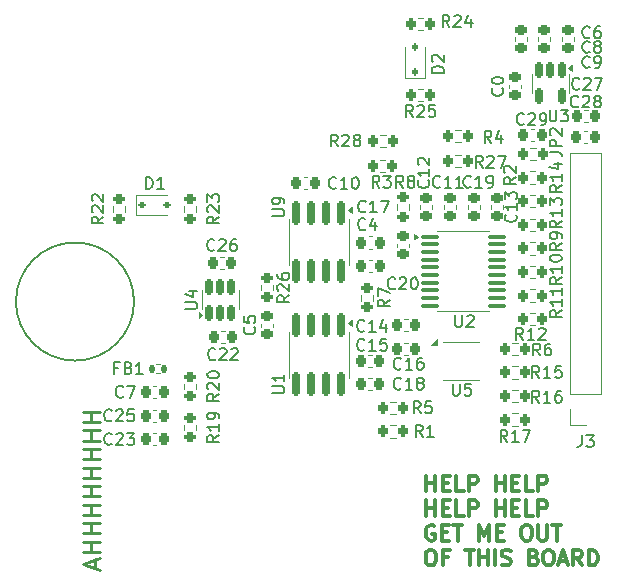
<source format=gbr>
%TF.GenerationSoftware,KiCad,Pcbnew,9.0.4*%
%TF.CreationDate,2025-09-24T19:41:08-07:00*%
%TF.ProjectId,LE_FRONTEND,4c455f46-524f-44e5-9445-4e442e6b6963,rev?*%
%TF.SameCoordinates,Original*%
%TF.FileFunction,Legend,Top*%
%TF.FilePolarity,Positive*%
%FSLAX46Y46*%
G04 Gerber Fmt 4.6, Leading zero omitted, Abs format (unit mm)*
G04 Created by KiCad (PCBNEW 9.0.4) date 2025-09-24 19:41:08*
%MOMM*%
%LPD*%
G01*
G04 APERTURE LIST*
G04 Aperture macros list*
%AMRoundRect*
0 Rectangle with rounded corners*
0 $1 Rounding radius*
0 $2 $3 $4 $5 $6 $7 $8 $9 X,Y pos of 4 corners*
0 Add a 4 corners polygon primitive as box body*
4,1,4,$2,$3,$4,$5,$6,$7,$8,$9,$2,$3,0*
0 Add four circle primitives for the rounded corners*
1,1,$1+$1,$2,$3*
1,1,$1+$1,$4,$5*
1,1,$1+$1,$6,$7*
1,1,$1+$1,$8,$9*
0 Add four rect primitives between the rounded corners*
20,1,$1+$1,$2,$3,$4,$5,0*
20,1,$1+$1,$4,$5,$6,$7,0*
20,1,$1+$1,$6,$7,$8,$9,0*
20,1,$1+$1,$8,$9,$2,$3,0*%
G04 Aperture macros list end*
%ADD10C,0.200000*%
%ADD11C,0.300000*%
%ADD12C,0.250000*%
%ADD13C,0.150000*%
%ADD14C,0.120000*%
%ADD15RoundRect,0.225000X-0.225000X-0.250000X0.225000X-0.250000X0.225000X0.250000X-0.225000X0.250000X0*%
%ADD16RoundRect,0.200000X0.275000X-0.200000X0.275000X0.200000X-0.275000X0.200000X-0.275000X-0.200000X0*%
%ADD17RoundRect,0.225000X0.250000X-0.225000X0.250000X0.225000X-0.250000X0.225000X-0.250000X-0.225000X0*%
%ADD18RoundRect,0.135000X0.135000X0.185000X-0.135000X0.185000X-0.135000X-0.185000X0.135000X-0.185000X0*%
%ADD19RoundRect,0.200000X0.200000X0.275000X-0.200000X0.275000X-0.200000X-0.275000X0.200000X-0.275000X0*%
%ADD20RoundRect,0.112500X-0.187500X-0.112500X0.187500X-0.112500X0.187500X0.112500X-0.187500X0.112500X0*%
%ADD21RoundRect,0.200000X-0.200000X-0.275000X0.200000X-0.275000X0.200000X0.275000X-0.200000X0.275000X0*%
%ADD22RoundRect,0.200000X-0.275000X0.200000X-0.275000X-0.200000X0.275000X-0.200000X0.275000X0.200000X0*%
%ADD23RoundRect,0.225000X0.225000X0.250000X-0.225000X0.250000X-0.225000X-0.250000X0.225000X-0.250000X0*%
%ADD24RoundRect,0.112500X0.112500X-0.187500X0.112500X0.187500X-0.112500X0.187500X-0.112500X-0.187500X0*%
%ADD25RoundRect,0.225000X-0.250000X0.225000X-0.250000X-0.225000X0.250000X-0.225000X0.250000X0.225000X0*%
%ADD26RoundRect,0.150000X-0.150000X0.825000X-0.150000X-0.825000X0.150000X-0.825000X0.150000X0.825000X0*%
%ADD27RoundRect,0.100000X-0.637500X-0.100000X0.637500X-0.100000X0.637500X0.100000X-0.637500X0.100000X0*%
%ADD28R,0.650000X0.300000*%
%ADD29R,1.550000X2.480000*%
%ADD30R,1.700000X1.700000*%
%ADD31C,1.700000*%
%ADD32RoundRect,0.150000X-0.150000X0.512500X-0.150000X-0.512500X0.150000X-0.512500X0.150000X0.512500X0*%
%ADD33RoundRect,0.150000X0.150000X-0.512500X0.150000X0.512500X-0.150000X0.512500X-0.150000X-0.512500X0*%
%ADD34C,1.600000*%
%ADD35C,3.000000*%
G04 APERTURE END LIST*
D10*
X74250000Y-137500000D02*
G75*
G02*
X64250000Y-137500000I-5000000J0D01*
G01*
X64250000Y-137500000D02*
G75*
G02*
X74250000Y-137500000I5000000J0D01*
G01*
D11*
X99006891Y-153546523D02*
X99006891Y-152246523D01*
X99006891Y-152865571D02*
X99749748Y-152865571D01*
X99749748Y-153546523D02*
X99749748Y-152246523D01*
X100368796Y-152865571D02*
X100802130Y-152865571D01*
X100987844Y-153546523D02*
X100368796Y-153546523D01*
X100368796Y-153546523D02*
X100368796Y-152246523D01*
X100368796Y-152246523D02*
X100987844Y-152246523D01*
X102164034Y-153546523D02*
X101544986Y-153546523D01*
X101544986Y-153546523D02*
X101544986Y-152246523D01*
X102597367Y-153546523D02*
X102597367Y-152246523D01*
X102597367Y-152246523D02*
X103092605Y-152246523D01*
X103092605Y-152246523D02*
X103216415Y-152308428D01*
X103216415Y-152308428D02*
X103278320Y-152370333D01*
X103278320Y-152370333D02*
X103340224Y-152494142D01*
X103340224Y-152494142D02*
X103340224Y-152679857D01*
X103340224Y-152679857D02*
X103278320Y-152803666D01*
X103278320Y-152803666D02*
X103216415Y-152865571D01*
X103216415Y-152865571D02*
X103092605Y-152927476D01*
X103092605Y-152927476D02*
X102597367Y-152927476D01*
X104887843Y-153546523D02*
X104887843Y-152246523D01*
X104887843Y-152865571D02*
X105630700Y-152865571D01*
X105630700Y-153546523D02*
X105630700Y-152246523D01*
X106249748Y-152865571D02*
X106683082Y-152865571D01*
X106868796Y-153546523D02*
X106249748Y-153546523D01*
X106249748Y-153546523D02*
X106249748Y-152246523D01*
X106249748Y-152246523D02*
X106868796Y-152246523D01*
X108044986Y-153546523D02*
X107425938Y-153546523D01*
X107425938Y-153546523D02*
X107425938Y-152246523D01*
X108478319Y-153546523D02*
X108478319Y-152246523D01*
X108478319Y-152246523D02*
X108973557Y-152246523D01*
X108973557Y-152246523D02*
X109097367Y-152308428D01*
X109097367Y-152308428D02*
X109159272Y-152370333D01*
X109159272Y-152370333D02*
X109221176Y-152494142D01*
X109221176Y-152494142D02*
X109221176Y-152679857D01*
X109221176Y-152679857D02*
X109159272Y-152803666D01*
X109159272Y-152803666D02*
X109097367Y-152865571D01*
X109097367Y-152865571D02*
X108973557Y-152927476D01*
X108973557Y-152927476D02*
X108478319Y-152927476D01*
X99006891Y-155639450D02*
X99006891Y-154339450D01*
X99006891Y-154958498D02*
X99749748Y-154958498D01*
X99749748Y-155639450D02*
X99749748Y-154339450D01*
X100368796Y-154958498D02*
X100802130Y-154958498D01*
X100987844Y-155639450D02*
X100368796Y-155639450D01*
X100368796Y-155639450D02*
X100368796Y-154339450D01*
X100368796Y-154339450D02*
X100987844Y-154339450D01*
X102164034Y-155639450D02*
X101544986Y-155639450D01*
X101544986Y-155639450D02*
X101544986Y-154339450D01*
X102597367Y-155639450D02*
X102597367Y-154339450D01*
X102597367Y-154339450D02*
X103092605Y-154339450D01*
X103092605Y-154339450D02*
X103216415Y-154401355D01*
X103216415Y-154401355D02*
X103278320Y-154463260D01*
X103278320Y-154463260D02*
X103340224Y-154587069D01*
X103340224Y-154587069D02*
X103340224Y-154772784D01*
X103340224Y-154772784D02*
X103278320Y-154896593D01*
X103278320Y-154896593D02*
X103216415Y-154958498D01*
X103216415Y-154958498D02*
X103092605Y-155020403D01*
X103092605Y-155020403D02*
X102597367Y-155020403D01*
X104887843Y-155639450D02*
X104887843Y-154339450D01*
X104887843Y-154958498D02*
X105630700Y-154958498D01*
X105630700Y-155639450D02*
X105630700Y-154339450D01*
X106249748Y-154958498D02*
X106683082Y-154958498D01*
X106868796Y-155639450D02*
X106249748Y-155639450D01*
X106249748Y-155639450D02*
X106249748Y-154339450D01*
X106249748Y-154339450D02*
X106868796Y-154339450D01*
X108044986Y-155639450D02*
X107425938Y-155639450D01*
X107425938Y-155639450D02*
X107425938Y-154339450D01*
X108478319Y-155639450D02*
X108478319Y-154339450D01*
X108478319Y-154339450D02*
X108973557Y-154339450D01*
X108973557Y-154339450D02*
X109097367Y-154401355D01*
X109097367Y-154401355D02*
X109159272Y-154463260D01*
X109159272Y-154463260D02*
X109221176Y-154587069D01*
X109221176Y-154587069D02*
X109221176Y-154772784D01*
X109221176Y-154772784D02*
X109159272Y-154896593D01*
X109159272Y-154896593D02*
X109097367Y-154958498D01*
X109097367Y-154958498D02*
X108973557Y-155020403D01*
X108973557Y-155020403D02*
X108478319Y-155020403D01*
X99687844Y-156494282D02*
X99564034Y-156432377D01*
X99564034Y-156432377D02*
X99378320Y-156432377D01*
X99378320Y-156432377D02*
X99192606Y-156494282D01*
X99192606Y-156494282D02*
X99068796Y-156618092D01*
X99068796Y-156618092D02*
X99006891Y-156741901D01*
X99006891Y-156741901D02*
X98944987Y-156989520D01*
X98944987Y-156989520D02*
X98944987Y-157175234D01*
X98944987Y-157175234D02*
X99006891Y-157422853D01*
X99006891Y-157422853D02*
X99068796Y-157546663D01*
X99068796Y-157546663D02*
X99192606Y-157670473D01*
X99192606Y-157670473D02*
X99378320Y-157732377D01*
X99378320Y-157732377D02*
X99502129Y-157732377D01*
X99502129Y-157732377D02*
X99687844Y-157670473D01*
X99687844Y-157670473D02*
X99749748Y-157608568D01*
X99749748Y-157608568D02*
X99749748Y-157175234D01*
X99749748Y-157175234D02*
X99502129Y-157175234D01*
X100306891Y-157051425D02*
X100740225Y-157051425D01*
X100925939Y-157732377D02*
X100306891Y-157732377D01*
X100306891Y-157732377D02*
X100306891Y-156432377D01*
X100306891Y-156432377D02*
X100925939Y-156432377D01*
X101297367Y-156432377D02*
X102040224Y-156432377D01*
X101668796Y-157732377D02*
X101668796Y-156432377D01*
X103464033Y-157732377D02*
X103464033Y-156432377D01*
X103464033Y-156432377D02*
X103897367Y-157360949D01*
X103897367Y-157360949D02*
X104330700Y-156432377D01*
X104330700Y-156432377D02*
X104330700Y-157732377D01*
X104949747Y-157051425D02*
X105383081Y-157051425D01*
X105568795Y-157732377D02*
X104949747Y-157732377D01*
X104949747Y-157732377D02*
X104949747Y-156432377D01*
X104949747Y-156432377D02*
X105568795Y-156432377D01*
X107364032Y-156432377D02*
X107611651Y-156432377D01*
X107611651Y-156432377D02*
X107735461Y-156494282D01*
X107735461Y-156494282D02*
X107859270Y-156618092D01*
X107859270Y-156618092D02*
X107921175Y-156865711D01*
X107921175Y-156865711D02*
X107921175Y-157299044D01*
X107921175Y-157299044D02*
X107859270Y-157546663D01*
X107859270Y-157546663D02*
X107735461Y-157670473D01*
X107735461Y-157670473D02*
X107611651Y-157732377D01*
X107611651Y-157732377D02*
X107364032Y-157732377D01*
X107364032Y-157732377D02*
X107240223Y-157670473D01*
X107240223Y-157670473D02*
X107116413Y-157546663D01*
X107116413Y-157546663D02*
X107054509Y-157299044D01*
X107054509Y-157299044D02*
X107054509Y-156865711D01*
X107054509Y-156865711D02*
X107116413Y-156618092D01*
X107116413Y-156618092D02*
X107240223Y-156494282D01*
X107240223Y-156494282D02*
X107364032Y-156432377D01*
X108478318Y-156432377D02*
X108478318Y-157484758D01*
X108478318Y-157484758D02*
X108540223Y-157608568D01*
X108540223Y-157608568D02*
X108602128Y-157670473D01*
X108602128Y-157670473D02*
X108725937Y-157732377D01*
X108725937Y-157732377D02*
X108973556Y-157732377D01*
X108973556Y-157732377D02*
X109097366Y-157670473D01*
X109097366Y-157670473D02*
X109159271Y-157608568D01*
X109159271Y-157608568D02*
X109221175Y-157484758D01*
X109221175Y-157484758D02*
X109221175Y-156432377D01*
X109654509Y-156432377D02*
X110397366Y-156432377D01*
X110025938Y-157732377D02*
X110025938Y-156432377D01*
X99254510Y-158525304D02*
X99502129Y-158525304D01*
X99502129Y-158525304D02*
X99625939Y-158587209D01*
X99625939Y-158587209D02*
X99749748Y-158711019D01*
X99749748Y-158711019D02*
X99811653Y-158958638D01*
X99811653Y-158958638D02*
X99811653Y-159391971D01*
X99811653Y-159391971D02*
X99749748Y-159639590D01*
X99749748Y-159639590D02*
X99625939Y-159763400D01*
X99625939Y-159763400D02*
X99502129Y-159825304D01*
X99502129Y-159825304D02*
X99254510Y-159825304D01*
X99254510Y-159825304D02*
X99130701Y-159763400D01*
X99130701Y-159763400D02*
X99006891Y-159639590D01*
X99006891Y-159639590D02*
X98944987Y-159391971D01*
X98944987Y-159391971D02*
X98944987Y-158958638D01*
X98944987Y-158958638D02*
X99006891Y-158711019D01*
X99006891Y-158711019D02*
X99130701Y-158587209D01*
X99130701Y-158587209D02*
X99254510Y-158525304D01*
X100802130Y-159144352D02*
X100368796Y-159144352D01*
X100368796Y-159825304D02*
X100368796Y-158525304D01*
X100368796Y-158525304D02*
X100987844Y-158525304D01*
X102287844Y-158525304D02*
X103030701Y-158525304D01*
X102659273Y-159825304D02*
X102659273Y-158525304D01*
X103464034Y-159825304D02*
X103464034Y-158525304D01*
X103464034Y-159144352D02*
X104206891Y-159144352D01*
X104206891Y-159825304D02*
X104206891Y-158525304D01*
X104825939Y-159825304D02*
X104825939Y-158525304D01*
X105383083Y-159763400D02*
X105568797Y-159825304D01*
X105568797Y-159825304D02*
X105878321Y-159825304D01*
X105878321Y-159825304D02*
X106002130Y-159763400D01*
X106002130Y-159763400D02*
X106064035Y-159701495D01*
X106064035Y-159701495D02*
X106125940Y-159577685D01*
X106125940Y-159577685D02*
X106125940Y-159453876D01*
X106125940Y-159453876D02*
X106064035Y-159330066D01*
X106064035Y-159330066D02*
X106002130Y-159268161D01*
X106002130Y-159268161D02*
X105878321Y-159206257D01*
X105878321Y-159206257D02*
X105630702Y-159144352D01*
X105630702Y-159144352D02*
X105506892Y-159082447D01*
X105506892Y-159082447D02*
X105444987Y-159020542D01*
X105444987Y-159020542D02*
X105383083Y-158896733D01*
X105383083Y-158896733D02*
X105383083Y-158772923D01*
X105383083Y-158772923D02*
X105444987Y-158649114D01*
X105444987Y-158649114D02*
X105506892Y-158587209D01*
X105506892Y-158587209D02*
X105630702Y-158525304D01*
X105630702Y-158525304D02*
X105940225Y-158525304D01*
X105940225Y-158525304D02*
X106125940Y-158587209D01*
X108106892Y-159144352D02*
X108292606Y-159206257D01*
X108292606Y-159206257D02*
X108354511Y-159268161D01*
X108354511Y-159268161D02*
X108416415Y-159391971D01*
X108416415Y-159391971D02*
X108416415Y-159577685D01*
X108416415Y-159577685D02*
X108354511Y-159701495D01*
X108354511Y-159701495D02*
X108292606Y-159763400D01*
X108292606Y-159763400D02*
X108168796Y-159825304D01*
X108168796Y-159825304D02*
X107673558Y-159825304D01*
X107673558Y-159825304D02*
X107673558Y-158525304D01*
X107673558Y-158525304D02*
X108106892Y-158525304D01*
X108106892Y-158525304D02*
X108230701Y-158587209D01*
X108230701Y-158587209D02*
X108292606Y-158649114D01*
X108292606Y-158649114D02*
X108354511Y-158772923D01*
X108354511Y-158772923D02*
X108354511Y-158896733D01*
X108354511Y-158896733D02*
X108292606Y-159020542D01*
X108292606Y-159020542D02*
X108230701Y-159082447D01*
X108230701Y-159082447D02*
X108106892Y-159144352D01*
X108106892Y-159144352D02*
X107673558Y-159144352D01*
X109221177Y-158525304D02*
X109468796Y-158525304D01*
X109468796Y-158525304D02*
X109592606Y-158587209D01*
X109592606Y-158587209D02*
X109716415Y-158711019D01*
X109716415Y-158711019D02*
X109778320Y-158958638D01*
X109778320Y-158958638D02*
X109778320Y-159391971D01*
X109778320Y-159391971D02*
X109716415Y-159639590D01*
X109716415Y-159639590D02*
X109592606Y-159763400D01*
X109592606Y-159763400D02*
X109468796Y-159825304D01*
X109468796Y-159825304D02*
X109221177Y-159825304D01*
X109221177Y-159825304D02*
X109097368Y-159763400D01*
X109097368Y-159763400D02*
X108973558Y-159639590D01*
X108973558Y-159639590D02*
X108911654Y-159391971D01*
X108911654Y-159391971D02*
X108911654Y-158958638D01*
X108911654Y-158958638D02*
X108973558Y-158711019D01*
X108973558Y-158711019D02*
X109097368Y-158587209D01*
X109097368Y-158587209D02*
X109221177Y-158525304D01*
X110273559Y-159453876D02*
X110892606Y-159453876D01*
X110149749Y-159825304D02*
X110583082Y-158525304D01*
X110583082Y-158525304D02*
X111016416Y-159825304D01*
X112192606Y-159825304D02*
X111759273Y-159206257D01*
X111449749Y-159825304D02*
X111449749Y-158525304D01*
X111449749Y-158525304D02*
X111944987Y-158525304D01*
X111944987Y-158525304D02*
X112068797Y-158587209D01*
X112068797Y-158587209D02*
X112130702Y-158649114D01*
X112130702Y-158649114D02*
X112192606Y-158772923D01*
X112192606Y-158772923D02*
X112192606Y-158958638D01*
X112192606Y-158958638D02*
X112130702Y-159082447D01*
X112130702Y-159082447D02*
X112068797Y-159144352D01*
X112068797Y-159144352D02*
X111944987Y-159206257D01*
X111944987Y-159206257D02*
X111449749Y-159206257D01*
X112749749Y-159825304D02*
X112749749Y-158525304D01*
X112749749Y-158525304D02*
X113059273Y-158525304D01*
X113059273Y-158525304D02*
X113244987Y-158587209D01*
X113244987Y-158587209D02*
X113368797Y-158711019D01*
X113368797Y-158711019D02*
X113430702Y-158834828D01*
X113430702Y-158834828D02*
X113492606Y-159082447D01*
X113492606Y-159082447D02*
X113492606Y-159268161D01*
X113492606Y-159268161D02*
X113430702Y-159515780D01*
X113430702Y-159515780D02*
X113368797Y-159639590D01*
X113368797Y-159639590D02*
X113244987Y-159763400D01*
X113244987Y-159763400D02*
X113059273Y-159825304D01*
X113059273Y-159825304D02*
X112749749Y-159825304D01*
D12*
X70959941Y-160049812D02*
X70959941Y-159335527D01*
X71388512Y-160192669D02*
X69888512Y-159692669D01*
X69888512Y-159692669D02*
X71388512Y-159192669D01*
X71388512Y-158692670D02*
X69888512Y-158692670D01*
X70602798Y-158692670D02*
X70602798Y-157835527D01*
X71388512Y-157835527D02*
X69888512Y-157835527D01*
X71388512Y-157121241D02*
X69888512Y-157121241D01*
X70602798Y-157121241D02*
X70602798Y-156264098D01*
X71388512Y-156264098D02*
X69888512Y-156264098D01*
X71388512Y-155549812D02*
X69888512Y-155549812D01*
X70602798Y-155549812D02*
X70602798Y-154692669D01*
X71388512Y-154692669D02*
X69888512Y-154692669D01*
X71388512Y-153978383D02*
X69888512Y-153978383D01*
X70602798Y-153978383D02*
X70602798Y-153121240D01*
X71388512Y-153121240D02*
X69888512Y-153121240D01*
X71388512Y-152406954D02*
X69888512Y-152406954D01*
X70602798Y-152406954D02*
X70602798Y-151549811D01*
X71388512Y-151549811D02*
X69888512Y-151549811D01*
X71388512Y-150835525D02*
X69888512Y-150835525D01*
X70602798Y-150835525D02*
X70602798Y-149978382D01*
X71388512Y-149978382D02*
X69888512Y-149978382D01*
X71388512Y-149264096D02*
X69888512Y-149264096D01*
X70602798Y-149264096D02*
X70602798Y-148406953D01*
X71388512Y-148406953D02*
X69888512Y-148406953D01*
X71388512Y-147692667D02*
X69888512Y-147692667D01*
X70602798Y-147692667D02*
X70602798Y-146835524D01*
X71388512Y-146835524D02*
X69888512Y-146835524D01*
D13*
X81054494Y-133125462D02*
X81006875Y-133173082D01*
X81006875Y-133173082D02*
X80864018Y-133220701D01*
X80864018Y-133220701D02*
X80768780Y-133220701D01*
X80768780Y-133220701D02*
X80625923Y-133173082D01*
X80625923Y-133173082D02*
X80530685Y-133077843D01*
X80530685Y-133077843D02*
X80483066Y-132982605D01*
X80483066Y-132982605D02*
X80435447Y-132792129D01*
X80435447Y-132792129D02*
X80435447Y-132649272D01*
X80435447Y-132649272D02*
X80483066Y-132458796D01*
X80483066Y-132458796D02*
X80530685Y-132363558D01*
X80530685Y-132363558D02*
X80625923Y-132268320D01*
X80625923Y-132268320D02*
X80768780Y-132220701D01*
X80768780Y-132220701D02*
X80864018Y-132220701D01*
X80864018Y-132220701D02*
X81006875Y-132268320D01*
X81006875Y-132268320D02*
X81054494Y-132315939D01*
X81435447Y-132315939D02*
X81483066Y-132268320D01*
X81483066Y-132268320D02*
X81578304Y-132220701D01*
X81578304Y-132220701D02*
X81816399Y-132220701D01*
X81816399Y-132220701D02*
X81911637Y-132268320D01*
X81911637Y-132268320D02*
X81959256Y-132315939D01*
X81959256Y-132315939D02*
X82006875Y-132411177D01*
X82006875Y-132411177D02*
X82006875Y-132506415D01*
X82006875Y-132506415D02*
X81959256Y-132649272D01*
X81959256Y-132649272D02*
X81387828Y-133220701D01*
X81387828Y-133220701D02*
X82006875Y-133220701D01*
X82864018Y-132220701D02*
X82673542Y-132220701D01*
X82673542Y-132220701D02*
X82578304Y-132268320D01*
X82578304Y-132268320D02*
X82530685Y-132315939D01*
X82530685Y-132315939D02*
X82435447Y-132458796D01*
X82435447Y-132458796D02*
X82387828Y-132649272D01*
X82387828Y-132649272D02*
X82387828Y-133030224D01*
X82387828Y-133030224D02*
X82435447Y-133125462D01*
X82435447Y-133125462D02*
X82483066Y-133173082D01*
X82483066Y-133173082D02*
X82578304Y-133220701D01*
X82578304Y-133220701D02*
X82768780Y-133220701D01*
X82768780Y-133220701D02*
X82864018Y-133173082D01*
X82864018Y-133173082D02*
X82911637Y-133125462D01*
X82911637Y-133125462D02*
X82959256Y-133030224D01*
X82959256Y-133030224D02*
X82959256Y-132792129D01*
X82959256Y-132792129D02*
X82911637Y-132696891D01*
X82911637Y-132696891D02*
X82864018Y-132649272D01*
X82864018Y-132649272D02*
X82768780Y-132601653D01*
X82768780Y-132601653D02*
X82578304Y-132601653D01*
X82578304Y-132601653D02*
X82483066Y-132649272D01*
X82483066Y-132649272D02*
X82435447Y-132696891D01*
X82435447Y-132696891D02*
X82387828Y-132792129D01*
X81454819Y-148817857D02*
X80978628Y-149151190D01*
X81454819Y-149389285D02*
X80454819Y-149389285D01*
X80454819Y-149389285D02*
X80454819Y-149008333D01*
X80454819Y-149008333D02*
X80502438Y-148913095D01*
X80502438Y-148913095D02*
X80550057Y-148865476D01*
X80550057Y-148865476D02*
X80645295Y-148817857D01*
X80645295Y-148817857D02*
X80788152Y-148817857D01*
X80788152Y-148817857D02*
X80883390Y-148865476D01*
X80883390Y-148865476D02*
X80931009Y-148913095D01*
X80931009Y-148913095D02*
X80978628Y-149008333D01*
X80978628Y-149008333D02*
X80978628Y-149389285D01*
X81454819Y-147865476D02*
X81454819Y-148436904D01*
X81454819Y-148151190D02*
X80454819Y-148151190D01*
X80454819Y-148151190D02*
X80597676Y-148246428D01*
X80597676Y-148246428D02*
X80692914Y-148341666D01*
X80692914Y-148341666D02*
X80740533Y-148436904D01*
X81454819Y-147389285D02*
X81454819Y-147198809D01*
X81454819Y-147198809D02*
X81407200Y-147103571D01*
X81407200Y-147103571D02*
X81359580Y-147055952D01*
X81359580Y-147055952D02*
X81216723Y-146960714D01*
X81216723Y-146960714D02*
X81026247Y-146913095D01*
X81026247Y-146913095D02*
X80645295Y-146913095D01*
X80645295Y-146913095D02*
X80550057Y-146960714D01*
X80550057Y-146960714D02*
X80502438Y-147008333D01*
X80502438Y-147008333D02*
X80454819Y-147103571D01*
X80454819Y-147103571D02*
X80454819Y-147294047D01*
X80454819Y-147294047D02*
X80502438Y-147389285D01*
X80502438Y-147389285D02*
X80550057Y-147436904D01*
X80550057Y-147436904D02*
X80645295Y-147484523D01*
X80645295Y-147484523D02*
X80883390Y-147484523D01*
X80883390Y-147484523D02*
X80978628Y-147436904D01*
X80978628Y-147436904D02*
X81026247Y-147389285D01*
X81026247Y-147389285D02*
X81073866Y-147294047D01*
X81073866Y-147294047D02*
X81073866Y-147103571D01*
X81073866Y-147103571D02*
X81026247Y-147008333D01*
X81026247Y-147008333D02*
X80978628Y-146960714D01*
X80978628Y-146960714D02*
X80883390Y-146913095D01*
X105429580Y-119441666D02*
X105477200Y-119489285D01*
X105477200Y-119489285D02*
X105524819Y-119632142D01*
X105524819Y-119632142D02*
X105524819Y-119727380D01*
X105524819Y-119727380D02*
X105477200Y-119870237D01*
X105477200Y-119870237D02*
X105381961Y-119965475D01*
X105381961Y-119965475D02*
X105286723Y-120013094D01*
X105286723Y-120013094D02*
X105096247Y-120060713D01*
X105096247Y-120060713D02*
X104953390Y-120060713D01*
X104953390Y-120060713D02*
X104762914Y-120013094D01*
X104762914Y-120013094D02*
X104667676Y-119965475D01*
X104667676Y-119965475D02*
X104572438Y-119870237D01*
X104572438Y-119870237D02*
X104524819Y-119727380D01*
X104524819Y-119727380D02*
X104524819Y-119632142D01*
X104524819Y-119632142D02*
X104572438Y-119489285D01*
X104572438Y-119489285D02*
X104620057Y-119441666D01*
X104524819Y-118822618D02*
X104524819Y-118727380D01*
X104524819Y-118727380D02*
X104572438Y-118632142D01*
X104572438Y-118632142D02*
X104620057Y-118584523D01*
X104620057Y-118584523D02*
X104715295Y-118536904D01*
X104715295Y-118536904D02*
X104905771Y-118489285D01*
X104905771Y-118489285D02*
X105143866Y-118489285D01*
X105143866Y-118489285D02*
X105334342Y-118536904D01*
X105334342Y-118536904D02*
X105429580Y-118584523D01*
X105429580Y-118584523D02*
X105477200Y-118632142D01*
X105477200Y-118632142D02*
X105524819Y-118727380D01*
X105524819Y-118727380D02*
X105524819Y-118822618D01*
X105524819Y-118822618D02*
X105477200Y-118917856D01*
X105477200Y-118917856D02*
X105429580Y-118965475D01*
X105429580Y-118965475D02*
X105334342Y-119013094D01*
X105334342Y-119013094D02*
X105143866Y-119060713D01*
X105143866Y-119060713D02*
X104905771Y-119060713D01*
X104905771Y-119060713D02*
X104715295Y-119013094D01*
X104715295Y-119013094D02*
X104620057Y-118965475D01*
X104620057Y-118965475D02*
X104572438Y-118917856D01*
X104572438Y-118917856D02*
X104524819Y-118822618D01*
X112833333Y-116359580D02*
X112785714Y-116407200D01*
X112785714Y-116407200D02*
X112642857Y-116454819D01*
X112642857Y-116454819D02*
X112547619Y-116454819D01*
X112547619Y-116454819D02*
X112404762Y-116407200D01*
X112404762Y-116407200D02*
X112309524Y-116311961D01*
X112309524Y-116311961D02*
X112261905Y-116216723D01*
X112261905Y-116216723D02*
X112214286Y-116026247D01*
X112214286Y-116026247D02*
X112214286Y-115883390D01*
X112214286Y-115883390D02*
X112261905Y-115692914D01*
X112261905Y-115692914D02*
X112309524Y-115597676D01*
X112309524Y-115597676D02*
X112404762Y-115502438D01*
X112404762Y-115502438D02*
X112547619Y-115454819D01*
X112547619Y-115454819D02*
X112642857Y-115454819D01*
X112642857Y-115454819D02*
X112785714Y-115502438D01*
X112785714Y-115502438D02*
X112833333Y-115550057D01*
X113404762Y-115883390D02*
X113309524Y-115835771D01*
X113309524Y-115835771D02*
X113261905Y-115788152D01*
X113261905Y-115788152D02*
X113214286Y-115692914D01*
X113214286Y-115692914D02*
X113214286Y-115645295D01*
X113214286Y-115645295D02*
X113261905Y-115550057D01*
X113261905Y-115550057D02*
X113309524Y-115502438D01*
X113309524Y-115502438D02*
X113404762Y-115454819D01*
X113404762Y-115454819D02*
X113595238Y-115454819D01*
X113595238Y-115454819D02*
X113690476Y-115502438D01*
X113690476Y-115502438D02*
X113738095Y-115550057D01*
X113738095Y-115550057D02*
X113785714Y-115645295D01*
X113785714Y-115645295D02*
X113785714Y-115692914D01*
X113785714Y-115692914D02*
X113738095Y-115788152D01*
X113738095Y-115788152D02*
X113690476Y-115835771D01*
X113690476Y-115835771D02*
X113595238Y-115883390D01*
X113595238Y-115883390D02*
X113404762Y-115883390D01*
X113404762Y-115883390D02*
X113309524Y-115931009D01*
X113309524Y-115931009D02*
X113261905Y-115978628D01*
X113261905Y-115978628D02*
X113214286Y-116073866D01*
X113214286Y-116073866D02*
X113214286Y-116264342D01*
X113214286Y-116264342D02*
X113261905Y-116359580D01*
X113261905Y-116359580D02*
X113309524Y-116407200D01*
X113309524Y-116407200D02*
X113404762Y-116454819D01*
X113404762Y-116454819D02*
X113595238Y-116454819D01*
X113595238Y-116454819D02*
X113690476Y-116407200D01*
X113690476Y-116407200D02*
X113738095Y-116359580D01*
X113738095Y-116359580D02*
X113785714Y-116264342D01*
X113785714Y-116264342D02*
X113785714Y-116073866D01*
X113785714Y-116073866D02*
X113738095Y-115978628D01*
X113738095Y-115978628D02*
X113690476Y-115931009D01*
X113690476Y-115931009D02*
X113595238Y-115883390D01*
X72357142Y-147534580D02*
X72309523Y-147582200D01*
X72309523Y-147582200D02*
X72166666Y-147629819D01*
X72166666Y-147629819D02*
X72071428Y-147629819D01*
X72071428Y-147629819D02*
X71928571Y-147582200D01*
X71928571Y-147582200D02*
X71833333Y-147486961D01*
X71833333Y-147486961D02*
X71785714Y-147391723D01*
X71785714Y-147391723D02*
X71738095Y-147201247D01*
X71738095Y-147201247D02*
X71738095Y-147058390D01*
X71738095Y-147058390D02*
X71785714Y-146867914D01*
X71785714Y-146867914D02*
X71833333Y-146772676D01*
X71833333Y-146772676D02*
X71928571Y-146677438D01*
X71928571Y-146677438D02*
X72071428Y-146629819D01*
X72071428Y-146629819D02*
X72166666Y-146629819D01*
X72166666Y-146629819D02*
X72309523Y-146677438D01*
X72309523Y-146677438D02*
X72357142Y-146725057D01*
X72738095Y-146725057D02*
X72785714Y-146677438D01*
X72785714Y-146677438D02*
X72880952Y-146629819D01*
X72880952Y-146629819D02*
X73119047Y-146629819D01*
X73119047Y-146629819D02*
X73214285Y-146677438D01*
X73214285Y-146677438D02*
X73261904Y-146725057D01*
X73261904Y-146725057D02*
X73309523Y-146820295D01*
X73309523Y-146820295D02*
X73309523Y-146915533D01*
X73309523Y-146915533D02*
X73261904Y-147058390D01*
X73261904Y-147058390D02*
X72690476Y-147629819D01*
X72690476Y-147629819D02*
X73309523Y-147629819D01*
X74214285Y-146629819D02*
X73738095Y-146629819D01*
X73738095Y-146629819D02*
X73690476Y-147106009D01*
X73690476Y-147106009D02*
X73738095Y-147058390D01*
X73738095Y-147058390D02*
X73833333Y-147010771D01*
X73833333Y-147010771D02*
X74071428Y-147010771D01*
X74071428Y-147010771D02*
X74166666Y-147058390D01*
X74166666Y-147058390D02*
X74214285Y-147106009D01*
X74214285Y-147106009D02*
X74261904Y-147201247D01*
X74261904Y-147201247D02*
X74261904Y-147439342D01*
X74261904Y-147439342D02*
X74214285Y-147534580D01*
X74214285Y-147534580D02*
X74166666Y-147582200D01*
X74166666Y-147582200D02*
X74071428Y-147629819D01*
X74071428Y-147629819D02*
X73833333Y-147629819D01*
X73833333Y-147629819D02*
X73738095Y-147582200D01*
X73738095Y-147582200D02*
X73690476Y-147534580D01*
X72921666Y-143106009D02*
X72588333Y-143106009D01*
X72588333Y-143629819D02*
X72588333Y-142629819D01*
X72588333Y-142629819D02*
X73064523Y-142629819D01*
X73778809Y-143106009D02*
X73921666Y-143153628D01*
X73921666Y-143153628D02*
X73969285Y-143201247D01*
X73969285Y-143201247D02*
X74016904Y-143296485D01*
X74016904Y-143296485D02*
X74016904Y-143439342D01*
X74016904Y-143439342D02*
X73969285Y-143534580D01*
X73969285Y-143534580D02*
X73921666Y-143582200D01*
X73921666Y-143582200D02*
X73826428Y-143629819D01*
X73826428Y-143629819D02*
X73445476Y-143629819D01*
X73445476Y-143629819D02*
X73445476Y-142629819D01*
X73445476Y-142629819D02*
X73778809Y-142629819D01*
X73778809Y-142629819D02*
X73874047Y-142677438D01*
X73874047Y-142677438D02*
X73921666Y-142725057D01*
X73921666Y-142725057D02*
X73969285Y-142820295D01*
X73969285Y-142820295D02*
X73969285Y-142915533D01*
X73969285Y-142915533D02*
X73921666Y-143010771D01*
X73921666Y-143010771D02*
X73874047Y-143058390D01*
X73874047Y-143058390D02*
X73778809Y-143106009D01*
X73778809Y-143106009D02*
X73445476Y-143106009D01*
X74969285Y-143629819D02*
X74397857Y-143629819D01*
X74683571Y-143629819D02*
X74683571Y-142629819D01*
X74683571Y-142629819D02*
X74588333Y-142772676D01*
X74588333Y-142772676D02*
X74493095Y-142867914D01*
X74493095Y-142867914D02*
X74397857Y-142915533D01*
X105857142Y-149384819D02*
X105523809Y-148908628D01*
X105285714Y-149384819D02*
X105285714Y-148384819D01*
X105285714Y-148384819D02*
X105666666Y-148384819D01*
X105666666Y-148384819D02*
X105761904Y-148432438D01*
X105761904Y-148432438D02*
X105809523Y-148480057D01*
X105809523Y-148480057D02*
X105857142Y-148575295D01*
X105857142Y-148575295D02*
X105857142Y-148718152D01*
X105857142Y-148718152D02*
X105809523Y-148813390D01*
X105809523Y-148813390D02*
X105761904Y-148861009D01*
X105761904Y-148861009D02*
X105666666Y-148908628D01*
X105666666Y-148908628D02*
X105285714Y-148908628D01*
X106809523Y-149384819D02*
X106238095Y-149384819D01*
X106523809Y-149384819D02*
X106523809Y-148384819D01*
X106523809Y-148384819D02*
X106428571Y-148527676D01*
X106428571Y-148527676D02*
X106333333Y-148622914D01*
X106333333Y-148622914D02*
X106238095Y-148670533D01*
X107142857Y-148384819D02*
X107809523Y-148384819D01*
X107809523Y-148384819D02*
X107380952Y-149384819D01*
X75261905Y-127954819D02*
X75261905Y-126954819D01*
X75261905Y-126954819D02*
X75500000Y-126954819D01*
X75500000Y-126954819D02*
X75642857Y-127002438D01*
X75642857Y-127002438D02*
X75738095Y-127097676D01*
X75738095Y-127097676D02*
X75785714Y-127192914D01*
X75785714Y-127192914D02*
X75833333Y-127383390D01*
X75833333Y-127383390D02*
X75833333Y-127526247D01*
X75833333Y-127526247D02*
X75785714Y-127716723D01*
X75785714Y-127716723D02*
X75738095Y-127811961D01*
X75738095Y-127811961D02*
X75642857Y-127907200D01*
X75642857Y-127907200D02*
X75500000Y-127954819D01*
X75500000Y-127954819D02*
X75261905Y-127954819D01*
X76785714Y-127954819D02*
X76214286Y-127954819D01*
X76500000Y-127954819D02*
X76500000Y-126954819D01*
X76500000Y-126954819D02*
X76404762Y-127097676D01*
X76404762Y-127097676D02*
X76309524Y-127192914D01*
X76309524Y-127192914D02*
X76214286Y-127240533D01*
X104496261Y-124049560D02*
X104162928Y-123573369D01*
X103924833Y-124049560D02*
X103924833Y-123049560D01*
X103924833Y-123049560D02*
X104305785Y-123049560D01*
X104305785Y-123049560D02*
X104401023Y-123097179D01*
X104401023Y-123097179D02*
X104448642Y-123144798D01*
X104448642Y-123144798D02*
X104496261Y-123240036D01*
X104496261Y-123240036D02*
X104496261Y-123382893D01*
X104496261Y-123382893D02*
X104448642Y-123478131D01*
X104448642Y-123478131D02*
X104401023Y-123525750D01*
X104401023Y-123525750D02*
X104305785Y-123573369D01*
X104305785Y-123573369D02*
X103924833Y-123573369D01*
X105353404Y-123382893D02*
X105353404Y-124049560D01*
X105115309Y-123001941D02*
X104877214Y-123716226D01*
X104877214Y-123716226D02*
X105496261Y-123716226D01*
X87384819Y-136967857D02*
X86908628Y-137301190D01*
X87384819Y-137539285D02*
X86384819Y-137539285D01*
X86384819Y-137539285D02*
X86384819Y-137158333D01*
X86384819Y-137158333D02*
X86432438Y-137063095D01*
X86432438Y-137063095D02*
X86480057Y-137015476D01*
X86480057Y-137015476D02*
X86575295Y-136967857D01*
X86575295Y-136967857D02*
X86718152Y-136967857D01*
X86718152Y-136967857D02*
X86813390Y-137015476D01*
X86813390Y-137015476D02*
X86861009Y-137063095D01*
X86861009Y-137063095D02*
X86908628Y-137158333D01*
X86908628Y-137158333D02*
X86908628Y-137539285D01*
X86480057Y-136586904D02*
X86432438Y-136539285D01*
X86432438Y-136539285D02*
X86384819Y-136444047D01*
X86384819Y-136444047D02*
X86384819Y-136205952D01*
X86384819Y-136205952D02*
X86432438Y-136110714D01*
X86432438Y-136110714D02*
X86480057Y-136063095D01*
X86480057Y-136063095D02*
X86575295Y-136015476D01*
X86575295Y-136015476D02*
X86670533Y-136015476D01*
X86670533Y-136015476D02*
X86813390Y-136063095D01*
X86813390Y-136063095D02*
X87384819Y-136634523D01*
X87384819Y-136634523D02*
X87384819Y-136015476D01*
X86384819Y-135158333D02*
X86384819Y-135348809D01*
X86384819Y-135348809D02*
X86432438Y-135444047D01*
X86432438Y-135444047D02*
X86480057Y-135491666D01*
X86480057Y-135491666D02*
X86622914Y-135586904D01*
X86622914Y-135586904D02*
X86813390Y-135634523D01*
X86813390Y-135634523D02*
X87194342Y-135634523D01*
X87194342Y-135634523D02*
X87289580Y-135586904D01*
X87289580Y-135586904D02*
X87337200Y-135539285D01*
X87337200Y-135539285D02*
X87384819Y-135444047D01*
X87384819Y-135444047D02*
X87384819Y-135253571D01*
X87384819Y-135253571D02*
X87337200Y-135158333D01*
X87337200Y-135158333D02*
X87289580Y-135110714D01*
X87289580Y-135110714D02*
X87194342Y-135063095D01*
X87194342Y-135063095D02*
X86956247Y-135063095D01*
X86956247Y-135063095D02*
X86861009Y-135110714D01*
X86861009Y-135110714D02*
X86813390Y-135158333D01*
X86813390Y-135158333D02*
X86765771Y-135253571D01*
X86765771Y-135253571D02*
X86765771Y-135444047D01*
X86765771Y-135444047D02*
X86813390Y-135539285D01*
X86813390Y-135539285D02*
X86861009Y-135586904D01*
X86861009Y-135586904D02*
X86956247Y-135634523D01*
X93833333Y-131359580D02*
X93785714Y-131407200D01*
X93785714Y-131407200D02*
X93642857Y-131454819D01*
X93642857Y-131454819D02*
X93547619Y-131454819D01*
X93547619Y-131454819D02*
X93404762Y-131407200D01*
X93404762Y-131407200D02*
X93309524Y-131311961D01*
X93309524Y-131311961D02*
X93261905Y-131216723D01*
X93261905Y-131216723D02*
X93214286Y-131026247D01*
X93214286Y-131026247D02*
X93214286Y-130883390D01*
X93214286Y-130883390D02*
X93261905Y-130692914D01*
X93261905Y-130692914D02*
X93309524Y-130597676D01*
X93309524Y-130597676D02*
X93404762Y-130502438D01*
X93404762Y-130502438D02*
X93547619Y-130454819D01*
X93547619Y-130454819D02*
X93642857Y-130454819D01*
X93642857Y-130454819D02*
X93785714Y-130502438D01*
X93785714Y-130502438D02*
X93833333Y-130550057D01*
X94690476Y-130788152D02*
X94690476Y-131454819D01*
X94452381Y-130407200D02*
X94214286Y-131121485D01*
X94214286Y-131121485D02*
X94833333Y-131121485D01*
X112833333Y-115109580D02*
X112785714Y-115157200D01*
X112785714Y-115157200D02*
X112642857Y-115204819D01*
X112642857Y-115204819D02*
X112547619Y-115204819D01*
X112547619Y-115204819D02*
X112404762Y-115157200D01*
X112404762Y-115157200D02*
X112309524Y-115061961D01*
X112309524Y-115061961D02*
X112261905Y-114966723D01*
X112261905Y-114966723D02*
X112214286Y-114776247D01*
X112214286Y-114776247D02*
X112214286Y-114633390D01*
X112214286Y-114633390D02*
X112261905Y-114442914D01*
X112261905Y-114442914D02*
X112309524Y-114347676D01*
X112309524Y-114347676D02*
X112404762Y-114252438D01*
X112404762Y-114252438D02*
X112547619Y-114204819D01*
X112547619Y-114204819D02*
X112642857Y-114204819D01*
X112642857Y-114204819D02*
X112785714Y-114252438D01*
X112785714Y-114252438D02*
X112833333Y-114300057D01*
X113690476Y-114204819D02*
X113500000Y-114204819D01*
X113500000Y-114204819D02*
X113404762Y-114252438D01*
X113404762Y-114252438D02*
X113357143Y-114300057D01*
X113357143Y-114300057D02*
X113261905Y-114442914D01*
X113261905Y-114442914D02*
X113214286Y-114633390D01*
X113214286Y-114633390D02*
X113214286Y-115014342D01*
X113214286Y-115014342D02*
X113261905Y-115109580D01*
X113261905Y-115109580D02*
X113309524Y-115157200D01*
X113309524Y-115157200D02*
X113404762Y-115204819D01*
X113404762Y-115204819D02*
X113595238Y-115204819D01*
X113595238Y-115204819D02*
X113690476Y-115157200D01*
X113690476Y-115157200D02*
X113738095Y-115109580D01*
X113738095Y-115109580D02*
X113785714Y-115014342D01*
X113785714Y-115014342D02*
X113785714Y-114776247D01*
X113785714Y-114776247D02*
X113738095Y-114681009D01*
X113738095Y-114681009D02*
X113690476Y-114633390D01*
X113690476Y-114633390D02*
X113595238Y-114585771D01*
X113595238Y-114585771D02*
X113404762Y-114585771D01*
X113404762Y-114585771D02*
X113309524Y-114633390D01*
X113309524Y-114633390D02*
X113261905Y-114681009D01*
X113261905Y-114681009D02*
X113214286Y-114776247D01*
X91357142Y-127859580D02*
X91309523Y-127907200D01*
X91309523Y-127907200D02*
X91166666Y-127954819D01*
X91166666Y-127954819D02*
X91071428Y-127954819D01*
X91071428Y-127954819D02*
X90928571Y-127907200D01*
X90928571Y-127907200D02*
X90833333Y-127811961D01*
X90833333Y-127811961D02*
X90785714Y-127716723D01*
X90785714Y-127716723D02*
X90738095Y-127526247D01*
X90738095Y-127526247D02*
X90738095Y-127383390D01*
X90738095Y-127383390D02*
X90785714Y-127192914D01*
X90785714Y-127192914D02*
X90833333Y-127097676D01*
X90833333Y-127097676D02*
X90928571Y-127002438D01*
X90928571Y-127002438D02*
X91071428Y-126954819D01*
X91071428Y-126954819D02*
X91166666Y-126954819D01*
X91166666Y-126954819D02*
X91309523Y-127002438D01*
X91309523Y-127002438D02*
X91357142Y-127050057D01*
X92309523Y-127954819D02*
X91738095Y-127954819D01*
X92023809Y-127954819D02*
X92023809Y-126954819D01*
X92023809Y-126954819D02*
X91928571Y-127097676D01*
X91928571Y-127097676D02*
X91833333Y-127192914D01*
X91833333Y-127192914D02*
X91738095Y-127240533D01*
X92928571Y-126954819D02*
X93023809Y-126954819D01*
X93023809Y-126954819D02*
X93119047Y-127002438D01*
X93119047Y-127002438D02*
X93166666Y-127050057D01*
X93166666Y-127050057D02*
X93214285Y-127145295D01*
X93214285Y-127145295D02*
X93261904Y-127335771D01*
X93261904Y-127335771D02*
X93261904Y-127573866D01*
X93261904Y-127573866D02*
X93214285Y-127764342D01*
X93214285Y-127764342D02*
X93166666Y-127859580D01*
X93166666Y-127859580D02*
X93119047Y-127907200D01*
X93119047Y-127907200D02*
X93023809Y-127954819D01*
X93023809Y-127954819D02*
X92928571Y-127954819D01*
X92928571Y-127954819D02*
X92833333Y-127907200D01*
X92833333Y-127907200D02*
X92785714Y-127859580D01*
X92785714Y-127859580D02*
X92738095Y-127764342D01*
X92738095Y-127764342D02*
X92690476Y-127573866D01*
X92690476Y-127573866D02*
X92690476Y-127335771D01*
X92690476Y-127335771D02*
X92738095Y-127145295D01*
X92738095Y-127145295D02*
X92785714Y-127050057D01*
X92785714Y-127050057D02*
X92833333Y-127002438D01*
X92833333Y-127002438D02*
X92928571Y-126954819D01*
X95033333Y-127854819D02*
X94700000Y-127378628D01*
X94461905Y-127854819D02*
X94461905Y-126854819D01*
X94461905Y-126854819D02*
X94842857Y-126854819D01*
X94842857Y-126854819D02*
X94938095Y-126902438D01*
X94938095Y-126902438D02*
X94985714Y-126950057D01*
X94985714Y-126950057D02*
X95033333Y-127045295D01*
X95033333Y-127045295D02*
X95033333Y-127188152D01*
X95033333Y-127188152D02*
X94985714Y-127283390D01*
X94985714Y-127283390D02*
X94938095Y-127331009D01*
X94938095Y-127331009D02*
X94842857Y-127378628D01*
X94842857Y-127378628D02*
X94461905Y-127378628D01*
X95366667Y-126854819D02*
X95985714Y-126854819D01*
X95985714Y-126854819D02*
X95652381Y-127235771D01*
X95652381Y-127235771D02*
X95795238Y-127235771D01*
X95795238Y-127235771D02*
X95890476Y-127283390D01*
X95890476Y-127283390D02*
X95938095Y-127331009D01*
X95938095Y-127331009D02*
X95985714Y-127426247D01*
X95985714Y-127426247D02*
X95985714Y-127664342D01*
X95985714Y-127664342D02*
X95938095Y-127759580D01*
X95938095Y-127759580D02*
X95890476Y-127807200D01*
X95890476Y-127807200D02*
X95795238Y-127854819D01*
X95795238Y-127854819D02*
X95509524Y-127854819D01*
X95509524Y-127854819D02*
X95414286Y-127807200D01*
X95414286Y-127807200D02*
X95366667Y-127759580D01*
X108633333Y-142054819D02*
X108300000Y-141578628D01*
X108061905Y-142054819D02*
X108061905Y-141054819D01*
X108061905Y-141054819D02*
X108442857Y-141054819D01*
X108442857Y-141054819D02*
X108538095Y-141102438D01*
X108538095Y-141102438D02*
X108585714Y-141150057D01*
X108585714Y-141150057D02*
X108633333Y-141245295D01*
X108633333Y-141245295D02*
X108633333Y-141388152D01*
X108633333Y-141388152D02*
X108585714Y-141483390D01*
X108585714Y-141483390D02*
X108538095Y-141531009D01*
X108538095Y-141531009D02*
X108442857Y-141578628D01*
X108442857Y-141578628D02*
X108061905Y-141578628D01*
X109490476Y-141054819D02*
X109300000Y-141054819D01*
X109300000Y-141054819D02*
X109204762Y-141102438D01*
X109204762Y-141102438D02*
X109157143Y-141150057D01*
X109157143Y-141150057D02*
X109061905Y-141292914D01*
X109061905Y-141292914D02*
X109014286Y-141483390D01*
X109014286Y-141483390D02*
X109014286Y-141864342D01*
X109014286Y-141864342D02*
X109061905Y-141959580D01*
X109061905Y-141959580D02*
X109109524Y-142007200D01*
X109109524Y-142007200D02*
X109204762Y-142054819D01*
X109204762Y-142054819D02*
X109395238Y-142054819D01*
X109395238Y-142054819D02*
X109490476Y-142007200D01*
X109490476Y-142007200D02*
X109538095Y-141959580D01*
X109538095Y-141959580D02*
X109585714Y-141864342D01*
X109585714Y-141864342D02*
X109585714Y-141626247D01*
X109585714Y-141626247D02*
X109538095Y-141531009D01*
X109538095Y-141531009D02*
X109490476Y-141483390D01*
X109490476Y-141483390D02*
X109395238Y-141435771D01*
X109395238Y-141435771D02*
X109204762Y-141435771D01*
X109204762Y-141435771D02*
X109109524Y-141483390D01*
X109109524Y-141483390D02*
X109061905Y-141531009D01*
X109061905Y-141531009D02*
X109014286Y-141626247D01*
X112833333Y-117609580D02*
X112785714Y-117657200D01*
X112785714Y-117657200D02*
X112642857Y-117704819D01*
X112642857Y-117704819D02*
X112547619Y-117704819D01*
X112547619Y-117704819D02*
X112404762Y-117657200D01*
X112404762Y-117657200D02*
X112309524Y-117561961D01*
X112309524Y-117561961D02*
X112261905Y-117466723D01*
X112261905Y-117466723D02*
X112214286Y-117276247D01*
X112214286Y-117276247D02*
X112214286Y-117133390D01*
X112214286Y-117133390D02*
X112261905Y-116942914D01*
X112261905Y-116942914D02*
X112309524Y-116847676D01*
X112309524Y-116847676D02*
X112404762Y-116752438D01*
X112404762Y-116752438D02*
X112547619Y-116704819D01*
X112547619Y-116704819D02*
X112642857Y-116704819D01*
X112642857Y-116704819D02*
X112785714Y-116752438D01*
X112785714Y-116752438D02*
X112833333Y-116800057D01*
X113309524Y-117704819D02*
X113500000Y-117704819D01*
X113500000Y-117704819D02*
X113595238Y-117657200D01*
X113595238Y-117657200D02*
X113642857Y-117609580D01*
X113642857Y-117609580D02*
X113738095Y-117466723D01*
X113738095Y-117466723D02*
X113785714Y-117276247D01*
X113785714Y-117276247D02*
X113785714Y-116895295D01*
X113785714Y-116895295D02*
X113738095Y-116800057D01*
X113738095Y-116800057D02*
X113690476Y-116752438D01*
X113690476Y-116752438D02*
X113595238Y-116704819D01*
X113595238Y-116704819D02*
X113404762Y-116704819D01*
X113404762Y-116704819D02*
X113309524Y-116752438D01*
X113309524Y-116752438D02*
X113261905Y-116800057D01*
X113261905Y-116800057D02*
X113214286Y-116895295D01*
X113214286Y-116895295D02*
X113214286Y-117133390D01*
X113214286Y-117133390D02*
X113261905Y-117228628D01*
X113261905Y-117228628D02*
X113309524Y-117276247D01*
X113309524Y-117276247D02*
X113404762Y-117323866D01*
X113404762Y-117323866D02*
X113595238Y-117323866D01*
X113595238Y-117323866D02*
X113690476Y-117276247D01*
X113690476Y-117276247D02*
X113738095Y-117228628D01*
X113738095Y-117228628D02*
X113785714Y-117133390D01*
X73333333Y-145534580D02*
X73285714Y-145582200D01*
X73285714Y-145582200D02*
X73142857Y-145629819D01*
X73142857Y-145629819D02*
X73047619Y-145629819D01*
X73047619Y-145629819D02*
X72904762Y-145582200D01*
X72904762Y-145582200D02*
X72809524Y-145486961D01*
X72809524Y-145486961D02*
X72761905Y-145391723D01*
X72761905Y-145391723D02*
X72714286Y-145201247D01*
X72714286Y-145201247D02*
X72714286Y-145058390D01*
X72714286Y-145058390D02*
X72761905Y-144867914D01*
X72761905Y-144867914D02*
X72809524Y-144772676D01*
X72809524Y-144772676D02*
X72904762Y-144677438D01*
X72904762Y-144677438D02*
X73047619Y-144629819D01*
X73047619Y-144629819D02*
X73142857Y-144629819D01*
X73142857Y-144629819D02*
X73285714Y-144677438D01*
X73285714Y-144677438D02*
X73333333Y-144725057D01*
X73666667Y-144629819D02*
X74333333Y-144629819D01*
X74333333Y-144629819D02*
X73904762Y-145629819D01*
X100454819Y-118138094D02*
X99454819Y-118138094D01*
X99454819Y-118138094D02*
X99454819Y-117899999D01*
X99454819Y-117899999D02*
X99502438Y-117757142D01*
X99502438Y-117757142D02*
X99597676Y-117661904D01*
X99597676Y-117661904D02*
X99692914Y-117614285D01*
X99692914Y-117614285D02*
X99883390Y-117566666D01*
X99883390Y-117566666D02*
X100026247Y-117566666D01*
X100026247Y-117566666D02*
X100216723Y-117614285D01*
X100216723Y-117614285D02*
X100311961Y-117661904D01*
X100311961Y-117661904D02*
X100407200Y-117757142D01*
X100407200Y-117757142D02*
X100454819Y-117899999D01*
X100454819Y-117899999D02*
X100454819Y-118138094D01*
X99550057Y-117185713D02*
X99502438Y-117138094D01*
X99502438Y-117138094D02*
X99454819Y-117042856D01*
X99454819Y-117042856D02*
X99454819Y-116804761D01*
X99454819Y-116804761D02*
X99502438Y-116709523D01*
X99502438Y-116709523D02*
X99550057Y-116661904D01*
X99550057Y-116661904D02*
X99645295Y-116614285D01*
X99645295Y-116614285D02*
X99740533Y-116614285D01*
X99740533Y-116614285D02*
X99883390Y-116661904D01*
X99883390Y-116661904D02*
X100454819Y-117233332D01*
X100454819Y-117233332D02*
X100454819Y-116614285D01*
X98508333Y-146954819D02*
X98175000Y-146478628D01*
X97936905Y-146954819D02*
X97936905Y-145954819D01*
X97936905Y-145954819D02*
X98317857Y-145954819D01*
X98317857Y-145954819D02*
X98413095Y-146002438D01*
X98413095Y-146002438D02*
X98460714Y-146050057D01*
X98460714Y-146050057D02*
X98508333Y-146145295D01*
X98508333Y-146145295D02*
X98508333Y-146288152D01*
X98508333Y-146288152D02*
X98460714Y-146383390D01*
X98460714Y-146383390D02*
X98413095Y-146431009D01*
X98413095Y-146431009D02*
X98317857Y-146478628D01*
X98317857Y-146478628D02*
X97936905Y-146478628D01*
X99413095Y-145954819D02*
X98936905Y-145954819D01*
X98936905Y-145954819D02*
X98889286Y-146431009D01*
X98889286Y-146431009D02*
X98936905Y-146383390D01*
X98936905Y-146383390D02*
X99032143Y-146335771D01*
X99032143Y-146335771D02*
X99270238Y-146335771D01*
X99270238Y-146335771D02*
X99365476Y-146383390D01*
X99365476Y-146383390D02*
X99413095Y-146431009D01*
X99413095Y-146431009D02*
X99460714Y-146526247D01*
X99460714Y-146526247D02*
X99460714Y-146764342D01*
X99460714Y-146764342D02*
X99413095Y-146859580D01*
X99413095Y-146859580D02*
X99365476Y-146907200D01*
X99365476Y-146907200D02*
X99270238Y-146954819D01*
X99270238Y-146954819D02*
X99032143Y-146954819D01*
X99032143Y-146954819D02*
X98936905Y-146907200D01*
X98936905Y-146907200D02*
X98889286Y-146859580D01*
X97033333Y-127854819D02*
X96700000Y-127378628D01*
X96461905Y-127854819D02*
X96461905Y-126854819D01*
X96461905Y-126854819D02*
X96842857Y-126854819D01*
X96842857Y-126854819D02*
X96938095Y-126902438D01*
X96938095Y-126902438D02*
X96985714Y-126950057D01*
X96985714Y-126950057D02*
X97033333Y-127045295D01*
X97033333Y-127045295D02*
X97033333Y-127188152D01*
X97033333Y-127188152D02*
X96985714Y-127283390D01*
X96985714Y-127283390D02*
X96938095Y-127331009D01*
X96938095Y-127331009D02*
X96842857Y-127378628D01*
X96842857Y-127378628D02*
X96461905Y-127378628D01*
X97604762Y-127283390D02*
X97509524Y-127235771D01*
X97509524Y-127235771D02*
X97461905Y-127188152D01*
X97461905Y-127188152D02*
X97414286Y-127092914D01*
X97414286Y-127092914D02*
X97414286Y-127045295D01*
X97414286Y-127045295D02*
X97461905Y-126950057D01*
X97461905Y-126950057D02*
X97509524Y-126902438D01*
X97509524Y-126902438D02*
X97604762Y-126854819D01*
X97604762Y-126854819D02*
X97795238Y-126854819D01*
X97795238Y-126854819D02*
X97890476Y-126902438D01*
X97890476Y-126902438D02*
X97938095Y-126950057D01*
X97938095Y-126950057D02*
X97985714Y-127045295D01*
X97985714Y-127045295D02*
X97985714Y-127092914D01*
X97985714Y-127092914D02*
X97938095Y-127188152D01*
X97938095Y-127188152D02*
X97890476Y-127235771D01*
X97890476Y-127235771D02*
X97795238Y-127283390D01*
X97795238Y-127283390D02*
X97604762Y-127283390D01*
X97604762Y-127283390D02*
X97509524Y-127331009D01*
X97509524Y-127331009D02*
X97461905Y-127378628D01*
X97461905Y-127378628D02*
X97414286Y-127473866D01*
X97414286Y-127473866D02*
X97414286Y-127664342D01*
X97414286Y-127664342D02*
X97461905Y-127759580D01*
X97461905Y-127759580D02*
X97509524Y-127807200D01*
X97509524Y-127807200D02*
X97604762Y-127854819D01*
X97604762Y-127854819D02*
X97795238Y-127854819D01*
X97795238Y-127854819D02*
X97890476Y-127807200D01*
X97890476Y-127807200D02*
X97938095Y-127759580D01*
X97938095Y-127759580D02*
X97985714Y-127664342D01*
X97985714Y-127664342D02*
X97985714Y-127473866D01*
X97985714Y-127473866D02*
X97938095Y-127378628D01*
X97938095Y-127378628D02*
X97890476Y-127331009D01*
X97890476Y-127331009D02*
X97795238Y-127283390D01*
X106559580Y-130142857D02*
X106607200Y-130190476D01*
X106607200Y-130190476D02*
X106654819Y-130333333D01*
X106654819Y-130333333D02*
X106654819Y-130428571D01*
X106654819Y-130428571D02*
X106607200Y-130571428D01*
X106607200Y-130571428D02*
X106511961Y-130666666D01*
X106511961Y-130666666D02*
X106416723Y-130714285D01*
X106416723Y-130714285D02*
X106226247Y-130761904D01*
X106226247Y-130761904D02*
X106083390Y-130761904D01*
X106083390Y-130761904D02*
X105892914Y-130714285D01*
X105892914Y-130714285D02*
X105797676Y-130666666D01*
X105797676Y-130666666D02*
X105702438Y-130571428D01*
X105702438Y-130571428D02*
X105654819Y-130428571D01*
X105654819Y-130428571D02*
X105654819Y-130333333D01*
X105654819Y-130333333D02*
X105702438Y-130190476D01*
X105702438Y-130190476D02*
X105750057Y-130142857D01*
X106654819Y-129190476D02*
X106654819Y-129761904D01*
X106654819Y-129476190D02*
X105654819Y-129476190D01*
X105654819Y-129476190D02*
X105797676Y-129571428D01*
X105797676Y-129571428D02*
X105892914Y-129666666D01*
X105892914Y-129666666D02*
X105940533Y-129761904D01*
X105654819Y-128857142D02*
X105654819Y-128238095D01*
X105654819Y-128238095D02*
X106035771Y-128571428D01*
X106035771Y-128571428D02*
X106035771Y-128428571D01*
X106035771Y-128428571D02*
X106083390Y-128333333D01*
X106083390Y-128333333D02*
X106131009Y-128285714D01*
X106131009Y-128285714D02*
X106226247Y-128238095D01*
X106226247Y-128238095D02*
X106464342Y-128238095D01*
X106464342Y-128238095D02*
X106559580Y-128285714D01*
X106559580Y-128285714D02*
X106607200Y-128333333D01*
X106607200Y-128333333D02*
X106654819Y-128428571D01*
X106654819Y-128428571D02*
X106654819Y-128714285D01*
X106654819Y-128714285D02*
X106607200Y-128809523D01*
X106607200Y-128809523D02*
X106559580Y-128857142D01*
X97857142Y-121854819D02*
X97523809Y-121378628D01*
X97285714Y-121854819D02*
X97285714Y-120854819D01*
X97285714Y-120854819D02*
X97666666Y-120854819D01*
X97666666Y-120854819D02*
X97761904Y-120902438D01*
X97761904Y-120902438D02*
X97809523Y-120950057D01*
X97809523Y-120950057D02*
X97857142Y-121045295D01*
X97857142Y-121045295D02*
X97857142Y-121188152D01*
X97857142Y-121188152D02*
X97809523Y-121283390D01*
X97809523Y-121283390D02*
X97761904Y-121331009D01*
X97761904Y-121331009D02*
X97666666Y-121378628D01*
X97666666Y-121378628D02*
X97285714Y-121378628D01*
X98238095Y-120950057D02*
X98285714Y-120902438D01*
X98285714Y-120902438D02*
X98380952Y-120854819D01*
X98380952Y-120854819D02*
X98619047Y-120854819D01*
X98619047Y-120854819D02*
X98714285Y-120902438D01*
X98714285Y-120902438D02*
X98761904Y-120950057D01*
X98761904Y-120950057D02*
X98809523Y-121045295D01*
X98809523Y-121045295D02*
X98809523Y-121140533D01*
X98809523Y-121140533D02*
X98761904Y-121283390D01*
X98761904Y-121283390D02*
X98190476Y-121854819D01*
X98190476Y-121854819D02*
X98809523Y-121854819D01*
X99714285Y-120854819D02*
X99238095Y-120854819D01*
X99238095Y-120854819D02*
X99190476Y-121331009D01*
X99190476Y-121331009D02*
X99238095Y-121283390D01*
X99238095Y-121283390D02*
X99333333Y-121235771D01*
X99333333Y-121235771D02*
X99571428Y-121235771D01*
X99571428Y-121235771D02*
X99666666Y-121283390D01*
X99666666Y-121283390D02*
X99714285Y-121331009D01*
X99714285Y-121331009D02*
X99761904Y-121426247D01*
X99761904Y-121426247D02*
X99761904Y-121664342D01*
X99761904Y-121664342D02*
X99714285Y-121759580D01*
X99714285Y-121759580D02*
X99666666Y-121807200D01*
X99666666Y-121807200D02*
X99571428Y-121854819D01*
X99571428Y-121854819D02*
X99333333Y-121854819D01*
X99333333Y-121854819D02*
X99238095Y-121807200D01*
X99238095Y-121807200D02*
X99190476Y-121759580D01*
X110454819Y-127642857D02*
X109978628Y-127976190D01*
X110454819Y-128214285D02*
X109454819Y-128214285D01*
X109454819Y-128214285D02*
X109454819Y-127833333D01*
X109454819Y-127833333D02*
X109502438Y-127738095D01*
X109502438Y-127738095D02*
X109550057Y-127690476D01*
X109550057Y-127690476D02*
X109645295Y-127642857D01*
X109645295Y-127642857D02*
X109788152Y-127642857D01*
X109788152Y-127642857D02*
X109883390Y-127690476D01*
X109883390Y-127690476D02*
X109931009Y-127738095D01*
X109931009Y-127738095D02*
X109978628Y-127833333D01*
X109978628Y-127833333D02*
X109978628Y-128214285D01*
X110454819Y-126690476D02*
X110454819Y-127261904D01*
X110454819Y-126976190D02*
X109454819Y-126976190D01*
X109454819Y-126976190D02*
X109597676Y-127071428D01*
X109597676Y-127071428D02*
X109692914Y-127166666D01*
X109692914Y-127166666D02*
X109740533Y-127261904D01*
X109788152Y-125833333D02*
X110454819Y-125833333D01*
X109407200Y-126071428D02*
X110121485Y-126309523D01*
X110121485Y-126309523D02*
X110121485Y-125690476D01*
X108557142Y-146054819D02*
X108223809Y-145578628D01*
X107985714Y-146054819D02*
X107985714Y-145054819D01*
X107985714Y-145054819D02*
X108366666Y-145054819D01*
X108366666Y-145054819D02*
X108461904Y-145102438D01*
X108461904Y-145102438D02*
X108509523Y-145150057D01*
X108509523Y-145150057D02*
X108557142Y-145245295D01*
X108557142Y-145245295D02*
X108557142Y-145388152D01*
X108557142Y-145388152D02*
X108509523Y-145483390D01*
X108509523Y-145483390D02*
X108461904Y-145531009D01*
X108461904Y-145531009D02*
X108366666Y-145578628D01*
X108366666Y-145578628D02*
X107985714Y-145578628D01*
X109509523Y-146054819D02*
X108938095Y-146054819D01*
X109223809Y-146054819D02*
X109223809Y-145054819D01*
X109223809Y-145054819D02*
X109128571Y-145197676D01*
X109128571Y-145197676D02*
X109033333Y-145292914D01*
X109033333Y-145292914D02*
X108938095Y-145340533D01*
X110366666Y-145054819D02*
X110176190Y-145054819D01*
X110176190Y-145054819D02*
X110080952Y-145102438D01*
X110080952Y-145102438D02*
X110033333Y-145150057D01*
X110033333Y-145150057D02*
X109938095Y-145292914D01*
X109938095Y-145292914D02*
X109890476Y-145483390D01*
X109890476Y-145483390D02*
X109890476Y-145864342D01*
X109890476Y-145864342D02*
X109938095Y-145959580D01*
X109938095Y-145959580D02*
X109985714Y-146007200D01*
X109985714Y-146007200D02*
X110080952Y-146054819D01*
X110080952Y-146054819D02*
X110271428Y-146054819D01*
X110271428Y-146054819D02*
X110366666Y-146007200D01*
X110366666Y-146007200D02*
X110414285Y-145959580D01*
X110414285Y-145959580D02*
X110461904Y-145864342D01*
X110461904Y-145864342D02*
X110461904Y-145626247D01*
X110461904Y-145626247D02*
X110414285Y-145531009D01*
X110414285Y-145531009D02*
X110366666Y-145483390D01*
X110366666Y-145483390D02*
X110271428Y-145435771D01*
X110271428Y-145435771D02*
X110080952Y-145435771D01*
X110080952Y-145435771D02*
X109985714Y-145483390D01*
X109985714Y-145483390D02*
X109938095Y-145531009D01*
X109938095Y-145531009D02*
X109890476Y-145626247D01*
X85954819Y-130261904D02*
X86764342Y-130261904D01*
X86764342Y-130261904D02*
X86859580Y-130214285D01*
X86859580Y-130214285D02*
X86907200Y-130166666D01*
X86907200Y-130166666D02*
X86954819Y-130071428D01*
X86954819Y-130071428D02*
X86954819Y-129880952D01*
X86954819Y-129880952D02*
X86907200Y-129785714D01*
X86907200Y-129785714D02*
X86859580Y-129738095D01*
X86859580Y-129738095D02*
X86764342Y-129690476D01*
X86764342Y-129690476D02*
X85954819Y-129690476D01*
X86954819Y-129166666D02*
X86954819Y-128976190D01*
X86954819Y-128976190D02*
X86907200Y-128880952D01*
X86907200Y-128880952D02*
X86859580Y-128833333D01*
X86859580Y-128833333D02*
X86716723Y-128738095D01*
X86716723Y-128738095D02*
X86526247Y-128690476D01*
X86526247Y-128690476D02*
X86145295Y-128690476D01*
X86145295Y-128690476D02*
X86050057Y-128738095D01*
X86050057Y-128738095D02*
X86002438Y-128785714D01*
X86002438Y-128785714D02*
X85954819Y-128880952D01*
X85954819Y-128880952D02*
X85954819Y-129071428D01*
X85954819Y-129071428D02*
X86002438Y-129166666D01*
X86002438Y-129166666D02*
X86050057Y-129214285D01*
X86050057Y-129214285D02*
X86145295Y-129261904D01*
X86145295Y-129261904D02*
X86383390Y-129261904D01*
X86383390Y-129261904D02*
X86478628Y-129214285D01*
X86478628Y-129214285D02*
X86526247Y-129166666D01*
X86526247Y-129166666D02*
X86573866Y-129071428D01*
X86573866Y-129071428D02*
X86573866Y-128880952D01*
X86573866Y-128880952D02*
X86526247Y-128785714D01*
X86526247Y-128785714D02*
X86478628Y-128738095D01*
X86478628Y-128738095D02*
X86383390Y-128690476D01*
X96857142Y-144859580D02*
X96809523Y-144907200D01*
X96809523Y-144907200D02*
X96666666Y-144954819D01*
X96666666Y-144954819D02*
X96571428Y-144954819D01*
X96571428Y-144954819D02*
X96428571Y-144907200D01*
X96428571Y-144907200D02*
X96333333Y-144811961D01*
X96333333Y-144811961D02*
X96285714Y-144716723D01*
X96285714Y-144716723D02*
X96238095Y-144526247D01*
X96238095Y-144526247D02*
X96238095Y-144383390D01*
X96238095Y-144383390D02*
X96285714Y-144192914D01*
X96285714Y-144192914D02*
X96333333Y-144097676D01*
X96333333Y-144097676D02*
X96428571Y-144002438D01*
X96428571Y-144002438D02*
X96571428Y-143954819D01*
X96571428Y-143954819D02*
X96666666Y-143954819D01*
X96666666Y-143954819D02*
X96809523Y-144002438D01*
X96809523Y-144002438D02*
X96857142Y-144050057D01*
X97809523Y-144954819D02*
X97238095Y-144954819D01*
X97523809Y-144954819D02*
X97523809Y-143954819D01*
X97523809Y-143954819D02*
X97428571Y-144097676D01*
X97428571Y-144097676D02*
X97333333Y-144192914D01*
X97333333Y-144192914D02*
X97238095Y-144240533D01*
X98380952Y-144383390D02*
X98285714Y-144335771D01*
X98285714Y-144335771D02*
X98238095Y-144288152D01*
X98238095Y-144288152D02*
X98190476Y-144192914D01*
X98190476Y-144192914D02*
X98190476Y-144145295D01*
X98190476Y-144145295D02*
X98238095Y-144050057D01*
X98238095Y-144050057D02*
X98285714Y-144002438D01*
X98285714Y-144002438D02*
X98380952Y-143954819D01*
X98380952Y-143954819D02*
X98571428Y-143954819D01*
X98571428Y-143954819D02*
X98666666Y-144002438D01*
X98666666Y-144002438D02*
X98714285Y-144050057D01*
X98714285Y-144050057D02*
X98761904Y-144145295D01*
X98761904Y-144145295D02*
X98761904Y-144192914D01*
X98761904Y-144192914D02*
X98714285Y-144288152D01*
X98714285Y-144288152D02*
X98666666Y-144335771D01*
X98666666Y-144335771D02*
X98571428Y-144383390D01*
X98571428Y-144383390D02*
X98380952Y-144383390D01*
X98380952Y-144383390D02*
X98285714Y-144431009D01*
X98285714Y-144431009D02*
X98238095Y-144478628D01*
X98238095Y-144478628D02*
X98190476Y-144573866D01*
X98190476Y-144573866D02*
X98190476Y-144764342D01*
X98190476Y-144764342D02*
X98238095Y-144859580D01*
X98238095Y-144859580D02*
X98285714Y-144907200D01*
X98285714Y-144907200D02*
X98380952Y-144954819D01*
X98380952Y-144954819D02*
X98571428Y-144954819D01*
X98571428Y-144954819D02*
X98666666Y-144907200D01*
X98666666Y-144907200D02*
X98714285Y-144859580D01*
X98714285Y-144859580D02*
X98761904Y-144764342D01*
X98761904Y-144764342D02*
X98761904Y-144573866D01*
X98761904Y-144573866D02*
X98714285Y-144478628D01*
X98714285Y-144478628D02*
X98666666Y-144431009D01*
X98666666Y-144431009D02*
X98571428Y-144383390D01*
X93757142Y-141559580D02*
X93709523Y-141607200D01*
X93709523Y-141607200D02*
X93566666Y-141654819D01*
X93566666Y-141654819D02*
X93471428Y-141654819D01*
X93471428Y-141654819D02*
X93328571Y-141607200D01*
X93328571Y-141607200D02*
X93233333Y-141511961D01*
X93233333Y-141511961D02*
X93185714Y-141416723D01*
X93185714Y-141416723D02*
X93138095Y-141226247D01*
X93138095Y-141226247D02*
X93138095Y-141083390D01*
X93138095Y-141083390D02*
X93185714Y-140892914D01*
X93185714Y-140892914D02*
X93233333Y-140797676D01*
X93233333Y-140797676D02*
X93328571Y-140702438D01*
X93328571Y-140702438D02*
X93471428Y-140654819D01*
X93471428Y-140654819D02*
X93566666Y-140654819D01*
X93566666Y-140654819D02*
X93709523Y-140702438D01*
X93709523Y-140702438D02*
X93757142Y-140750057D01*
X94709523Y-141654819D02*
X94138095Y-141654819D01*
X94423809Y-141654819D02*
X94423809Y-140654819D01*
X94423809Y-140654819D02*
X94328571Y-140797676D01*
X94328571Y-140797676D02*
X94233333Y-140892914D01*
X94233333Y-140892914D02*
X94138095Y-140940533D01*
X95614285Y-140654819D02*
X95138095Y-140654819D01*
X95138095Y-140654819D02*
X95090476Y-141131009D01*
X95090476Y-141131009D02*
X95138095Y-141083390D01*
X95138095Y-141083390D02*
X95233333Y-141035771D01*
X95233333Y-141035771D02*
X95471428Y-141035771D01*
X95471428Y-141035771D02*
X95566666Y-141083390D01*
X95566666Y-141083390D02*
X95614285Y-141131009D01*
X95614285Y-141131009D02*
X95661904Y-141226247D01*
X95661904Y-141226247D02*
X95661904Y-141464342D01*
X95661904Y-141464342D02*
X95614285Y-141559580D01*
X95614285Y-141559580D02*
X95566666Y-141607200D01*
X95566666Y-141607200D02*
X95471428Y-141654819D01*
X95471428Y-141654819D02*
X95233333Y-141654819D01*
X95233333Y-141654819D02*
X95138095Y-141607200D01*
X95138095Y-141607200D02*
X95090476Y-141559580D01*
X81454819Y-145317857D02*
X80978628Y-145651190D01*
X81454819Y-145889285D02*
X80454819Y-145889285D01*
X80454819Y-145889285D02*
X80454819Y-145508333D01*
X80454819Y-145508333D02*
X80502438Y-145413095D01*
X80502438Y-145413095D02*
X80550057Y-145365476D01*
X80550057Y-145365476D02*
X80645295Y-145317857D01*
X80645295Y-145317857D02*
X80788152Y-145317857D01*
X80788152Y-145317857D02*
X80883390Y-145365476D01*
X80883390Y-145365476D02*
X80931009Y-145413095D01*
X80931009Y-145413095D02*
X80978628Y-145508333D01*
X80978628Y-145508333D02*
X80978628Y-145889285D01*
X80550057Y-144936904D02*
X80502438Y-144889285D01*
X80502438Y-144889285D02*
X80454819Y-144794047D01*
X80454819Y-144794047D02*
X80454819Y-144555952D01*
X80454819Y-144555952D02*
X80502438Y-144460714D01*
X80502438Y-144460714D02*
X80550057Y-144413095D01*
X80550057Y-144413095D02*
X80645295Y-144365476D01*
X80645295Y-144365476D02*
X80740533Y-144365476D01*
X80740533Y-144365476D02*
X80883390Y-144413095D01*
X80883390Y-144413095D02*
X81454819Y-144984523D01*
X81454819Y-144984523D02*
X81454819Y-144365476D01*
X80454819Y-143746428D02*
X80454819Y-143651190D01*
X80454819Y-143651190D02*
X80502438Y-143555952D01*
X80502438Y-143555952D02*
X80550057Y-143508333D01*
X80550057Y-143508333D02*
X80645295Y-143460714D01*
X80645295Y-143460714D02*
X80835771Y-143413095D01*
X80835771Y-143413095D02*
X81073866Y-143413095D01*
X81073866Y-143413095D02*
X81264342Y-143460714D01*
X81264342Y-143460714D02*
X81359580Y-143508333D01*
X81359580Y-143508333D02*
X81407200Y-143555952D01*
X81407200Y-143555952D02*
X81454819Y-143651190D01*
X81454819Y-143651190D02*
X81454819Y-143746428D01*
X81454819Y-143746428D02*
X81407200Y-143841666D01*
X81407200Y-143841666D02*
X81359580Y-143889285D01*
X81359580Y-143889285D02*
X81264342Y-143936904D01*
X81264342Y-143936904D02*
X81073866Y-143984523D01*
X81073866Y-143984523D02*
X80835771Y-143984523D01*
X80835771Y-143984523D02*
X80645295Y-143936904D01*
X80645295Y-143936904D02*
X80550057Y-143889285D01*
X80550057Y-143889285D02*
X80502438Y-143841666D01*
X80502438Y-143841666D02*
X80454819Y-143746428D01*
X110454819Y-132566666D02*
X109978628Y-132899999D01*
X110454819Y-133138094D02*
X109454819Y-133138094D01*
X109454819Y-133138094D02*
X109454819Y-132757142D01*
X109454819Y-132757142D02*
X109502438Y-132661904D01*
X109502438Y-132661904D02*
X109550057Y-132614285D01*
X109550057Y-132614285D02*
X109645295Y-132566666D01*
X109645295Y-132566666D02*
X109788152Y-132566666D01*
X109788152Y-132566666D02*
X109883390Y-132614285D01*
X109883390Y-132614285D02*
X109931009Y-132661904D01*
X109931009Y-132661904D02*
X109978628Y-132757142D01*
X109978628Y-132757142D02*
X109978628Y-133138094D01*
X110454819Y-132090475D02*
X110454819Y-131899999D01*
X110454819Y-131899999D02*
X110407200Y-131804761D01*
X110407200Y-131804761D02*
X110359580Y-131757142D01*
X110359580Y-131757142D02*
X110216723Y-131661904D01*
X110216723Y-131661904D02*
X110026247Y-131614285D01*
X110026247Y-131614285D02*
X109645295Y-131614285D01*
X109645295Y-131614285D02*
X109550057Y-131661904D01*
X109550057Y-131661904D02*
X109502438Y-131709523D01*
X109502438Y-131709523D02*
X109454819Y-131804761D01*
X109454819Y-131804761D02*
X109454819Y-131995237D01*
X109454819Y-131995237D02*
X109502438Y-132090475D01*
X109502438Y-132090475D02*
X109550057Y-132138094D01*
X109550057Y-132138094D02*
X109645295Y-132185713D01*
X109645295Y-132185713D02*
X109883390Y-132185713D01*
X109883390Y-132185713D02*
X109978628Y-132138094D01*
X109978628Y-132138094D02*
X110026247Y-132090475D01*
X110026247Y-132090475D02*
X110073866Y-131995237D01*
X110073866Y-131995237D02*
X110073866Y-131804761D01*
X110073866Y-131804761D02*
X110026247Y-131709523D01*
X110026247Y-131709523D02*
X109978628Y-131661904D01*
X109978628Y-131661904D02*
X109883390Y-131614285D01*
X100957142Y-114254819D02*
X100623809Y-113778628D01*
X100385714Y-114254819D02*
X100385714Y-113254819D01*
X100385714Y-113254819D02*
X100766666Y-113254819D01*
X100766666Y-113254819D02*
X100861904Y-113302438D01*
X100861904Y-113302438D02*
X100909523Y-113350057D01*
X100909523Y-113350057D02*
X100957142Y-113445295D01*
X100957142Y-113445295D02*
X100957142Y-113588152D01*
X100957142Y-113588152D02*
X100909523Y-113683390D01*
X100909523Y-113683390D02*
X100861904Y-113731009D01*
X100861904Y-113731009D02*
X100766666Y-113778628D01*
X100766666Y-113778628D02*
X100385714Y-113778628D01*
X101338095Y-113350057D02*
X101385714Y-113302438D01*
X101385714Y-113302438D02*
X101480952Y-113254819D01*
X101480952Y-113254819D02*
X101719047Y-113254819D01*
X101719047Y-113254819D02*
X101814285Y-113302438D01*
X101814285Y-113302438D02*
X101861904Y-113350057D01*
X101861904Y-113350057D02*
X101909523Y-113445295D01*
X101909523Y-113445295D02*
X101909523Y-113540533D01*
X101909523Y-113540533D02*
X101861904Y-113683390D01*
X101861904Y-113683390D02*
X101290476Y-114254819D01*
X101290476Y-114254819D02*
X101909523Y-114254819D01*
X102766666Y-113588152D02*
X102766666Y-114254819D01*
X102528571Y-113207200D02*
X102290476Y-113921485D01*
X102290476Y-113921485D02*
X102909523Y-113921485D01*
X107257142Y-122459580D02*
X107209523Y-122507200D01*
X107209523Y-122507200D02*
X107066666Y-122554819D01*
X107066666Y-122554819D02*
X106971428Y-122554819D01*
X106971428Y-122554819D02*
X106828571Y-122507200D01*
X106828571Y-122507200D02*
X106733333Y-122411961D01*
X106733333Y-122411961D02*
X106685714Y-122316723D01*
X106685714Y-122316723D02*
X106638095Y-122126247D01*
X106638095Y-122126247D02*
X106638095Y-121983390D01*
X106638095Y-121983390D02*
X106685714Y-121792914D01*
X106685714Y-121792914D02*
X106733333Y-121697676D01*
X106733333Y-121697676D02*
X106828571Y-121602438D01*
X106828571Y-121602438D02*
X106971428Y-121554819D01*
X106971428Y-121554819D02*
X107066666Y-121554819D01*
X107066666Y-121554819D02*
X107209523Y-121602438D01*
X107209523Y-121602438D02*
X107257142Y-121650057D01*
X107638095Y-121650057D02*
X107685714Y-121602438D01*
X107685714Y-121602438D02*
X107780952Y-121554819D01*
X107780952Y-121554819D02*
X108019047Y-121554819D01*
X108019047Y-121554819D02*
X108114285Y-121602438D01*
X108114285Y-121602438D02*
X108161904Y-121650057D01*
X108161904Y-121650057D02*
X108209523Y-121745295D01*
X108209523Y-121745295D02*
X108209523Y-121840533D01*
X108209523Y-121840533D02*
X108161904Y-121983390D01*
X108161904Y-121983390D02*
X107590476Y-122554819D01*
X107590476Y-122554819D02*
X108209523Y-122554819D01*
X108685714Y-122554819D02*
X108876190Y-122554819D01*
X108876190Y-122554819D02*
X108971428Y-122507200D01*
X108971428Y-122507200D02*
X109019047Y-122459580D01*
X109019047Y-122459580D02*
X109114285Y-122316723D01*
X109114285Y-122316723D02*
X109161904Y-122126247D01*
X109161904Y-122126247D02*
X109161904Y-121745295D01*
X109161904Y-121745295D02*
X109114285Y-121650057D01*
X109114285Y-121650057D02*
X109066666Y-121602438D01*
X109066666Y-121602438D02*
X108971428Y-121554819D01*
X108971428Y-121554819D02*
X108780952Y-121554819D01*
X108780952Y-121554819D02*
X108685714Y-121602438D01*
X108685714Y-121602438D02*
X108638095Y-121650057D01*
X108638095Y-121650057D02*
X108590476Y-121745295D01*
X108590476Y-121745295D02*
X108590476Y-121983390D01*
X108590476Y-121983390D02*
X108638095Y-122078628D01*
X108638095Y-122078628D02*
X108685714Y-122126247D01*
X108685714Y-122126247D02*
X108780952Y-122173866D01*
X108780952Y-122173866D02*
X108971428Y-122173866D01*
X108971428Y-122173866D02*
X109066666Y-122126247D01*
X109066666Y-122126247D02*
X109114285Y-122078628D01*
X109114285Y-122078628D02*
X109161904Y-121983390D01*
X108557142Y-143954819D02*
X108223809Y-143478628D01*
X107985714Y-143954819D02*
X107985714Y-142954819D01*
X107985714Y-142954819D02*
X108366666Y-142954819D01*
X108366666Y-142954819D02*
X108461904Y-143002438D01*
X108461904Y-143002438D02*
X108509523Y-143050057D01*
X108509523Y-143050057D02*
X108557142Y-143145295D01*
X108557142Y-143145295D02*
X108557142Y-143288152D01*
X108557142Y-143288152D02*
X108509523Y-143383390D01*
X108509523Y-143383390D02*
X108461904Y-143431009D01*
X108461904Y-143431009D02*
X108366666Y-143478628D01*
X108366666Y-143478628D02*
X107985714Y-143478628D01*
X109509523Y-143954819D02*
X108938095Y-143954819D01*
X109223809Y-143954819D02*
X109223809Y-142954819D01*
X109223809Y-142954819D02*
X109128571Y-143097676D01*
X109128571Y-143097676D02*
X109033333Y-143192914D01*
X109033333Y-143192914D02*
X108938095Y-143240533D01*
X110414285Y-142954819D02*
X109938095Y-142954819D01*
X109938095Y-142954819D02*
X109890476Y-143431009D01*
X109890476Y-143431009D02*
X109938095Y-143383390D01*
X109938095Y-143383390D02*
X110033333Y-143335771D01*
X110033333Y-143335771D02*
X110271428Y-143335771D01*
X110271428Y-143335771D02*
X110366666Y-143383390D01*
X110366666Y-143383390D02*
X110414285Y-143431009D01*
X110414285Y-143431009D02*
X110461904Y-143526247D01*
X110461904Y-143526247D02*
X110461904Y-143764342D01*
X110461904Y-143764342D02*
X110414285Y-143859580D01*
X110414285Y-143859580D02*
X110366666Y-143907200D01*
X110366666Y-143907200D02*
X110271428Y-143954819D01*
X110271428Y-143954819D02*
X110033333Y-143954819D01*
X110033333Y-143954819D02*
X109938095Y-143907200D01*
X109938095Y-143907200D02*
X109890476Y-143859580D01*
X72357142Y-149534580D02*
X72309523Y-149582200D01*
X72309523Y-149582200D02*
X72166666Y-149629819D01*
X72166666Y-149629819D02*
X72071428Y-149629819D01*
X72071428Y-149629819D02*
X71928571Y-149582200D01*
X71928571Y-149582200D02*
X71833333Y-149486961D01*
X71833333Y-149486961D02*
X71785714Y-149391723D01*
X71785714Y-149391723D02*
X71738095Y-149201247D01*
X71738095Y-149201247D02*
X71738095Y-149058390D01*
X71738095Y-149058390D02*
X71785714Y-148867914D01*
X71785714Y-148867914D02*
X71833333Y-148772676D01*
X71833333Y-148772676D02*
X71928571Y-148677438D01*
X71928571Y-148677438D02*
X72071428Y-148629819D01*
X72071428Y-148629819D02*
X72166666Y-148629819D01*
X72166666Y-148629819D02*
X72309523Y-148677438D01*
X72309523Y-148677438D02*
X72357142Y-148725057D01*
X72738095Y-148725057D02*
X72785714Y-148677438D01*
X72785714Y-148677438D02*
X72880952Y-148629819D01*
X72880952Y-148629819D02*
X73119047Y-148629819D01*
X73119047Y-148629819D02*
X73214285Y-148677438D01*
X73214285Y-148677438D02*
X73261904Y-148725057D01*
X73261904Y-148725057D02*
X73309523Y-148820295D01*
X73309523Y-148820295D02*
X73309523Y-148915533D01*
X73309523Y-148915533D02*
X73261904Y-149058390D01*
X73261904Y-149058390D02*
X72690476Y-149629819D01*
X72690476Y-149629819D02*
X73309523Y-149629819D01*
X73642857Y-148629819D02*
X74261904Y-148629819D01*
X74261904Y-148629819D02*
X73928571Y-149010771D01*
X73928571Y-149010771D02*
X74071428Y-149010771D01*
X74071428Y-149010771D02*
X74166666Y-149058390D01*
X74166666Y-149058390D02*
X74214285Y-149106009D01*
X74214285Y-149106009D02*
X74261904Y-149201247D01*
X74261904Y-149201247D02*
X74261904Y-149439342D01*
X74261904Y-149439342D02*
X74214285Y-149534580D01*
X74214285Y-149534580D02*
X74166666Y-149582200D01*
X74166666Y-149582200D02*
X74071428Y-149629819D01*
X74071428Y-149629819D02*
X73785714Y-149629819D01*
X73785714Y-149629819D02*
X73690476Y-149582200D01*
X73690476Y-149582200D02*
X73642857Y-149534580D01*
X98683333Y-148954819D02*
X98350000Y-148478628D01*
X98111905Y-148954819D02*
X98111905Y-147954819D01*
X98111905Y-147954819D02*
X98492857Y-147954819D01*
X98492857Y-147954819D02*
X98588095Y-148002438D01*
X98588095Y-148002438D02*
X98635714Y-148050057D01*
X98635714Y-148050057D02*
X98683333Y-148145295D01*
X98683333Y-148145295D02*
X98683333Y-148288152D01*
X98683333Y-148288152D02*
X98635714Y-148383390D01*
X98635714Y-148383390D02*
X98588095Y-148431009D01*
X98588095Y-148431009D02*
X98492857Y-148478628D01*
X98492857Y-148478628D02*
X98111905Y-148478628D01*
X99635714Y-148954819D02*
X99064286Y-148954819D01*
X99350000Y-148954819D02*
X99350000Y-147954819D01*
X99350000Y-147954819D02*
X99254762Y-148097676D01*
X99254762Y-148097676D02*
X99159524Y-148192914D01*
X99159524Y-148192914D02*
X99064286Y-148240533D01*
X106554819Y-126966666D02*
X106078628Y-127299999D01*
X106554819Y-127538094D02*
X105554819Y-127538094D01*
X105554819Y-127538094D02*
X105554819Y-127157142D01*
X105554819Y-127157142D02*
X105602438Y-127061904D01*
X105602438Y-127061904D02*
X105650057Y-127014285D01*
X105650057Y-127014285D02*
X105745295Y-126966666D01*
X105745295Y-126966666D02*
X105888152Y-126966666D01*
X105888152Y-126966666D02*
X105983390Y-127014285D01*
X105983390Y-127014285D02*
X106031009Y-127061904D01*
X106031009Y-127061904D02*
X106078628Y-127157142D01*
X106078628Y-127157142D02*
X106078628Y-127538094D01*
X105650057Y-126585713D02*
X105602438Y-126538094D01*
X105602438Y-126538094D02*
X105554819Y-126442856D01*
X105554819Y-126442856D02*
X105554819Y-126204761D01*
X105554819Y-126204761D02*
X105602438Y-126109523D01*
X105602438Y-126109523D02*
X105650057Y-126061904D01*
X105650057Y-126061904D02*
X105745295Y-126014285D01*
X105745295Y-126014285D02*
X105840533Y-126014285D01*
X105840533Y-126014285D02*
X105983390Y-126061904D01*
X105983390Y-126061904D02*
X106554819Y-126633332D01*
X106554819Y-126633332D02*
X106554819Y-126014285D01*
X96357142Y-136359580D02*
X96309523Y-136407200D01*
X96309523Y-136407200D02*
X96166666Y-136454819D01*
X96166666Y-136454819D02*
X96071428Y-136454819D01*
X96071428Y-136454819D02*
X95928571Y-136407200D01*
X95928571Y-136407200D02*
X95833333Y-136311961D01*
X95833333Y-136311961D02*
X95785714Y-136216723D01*
X95785714Y-136216723D02*
X95738095Y-136026247D01*
X95738095Y-136026247D02*
X95738095Y-135883390D01*
X95738095Y-135883390D02*
X95785714Y-135692914D01*
X95785714Y-135692914D02*
X95833333Y-135597676D01*
X95833333Y-135597676D02*
X95928571Y-135502438D01*
X95928571Y-135502438D02*
X96071428Y-135454819D01*
X96071428Y-135454819D02*
X96166666Y-135454819D01*
X96166666Y-135454819D02*
X96309523Y-135502438D01*
X96309523Y-135502438D02*
X96357142Y-135550057D01*
X96738095Y-135550057D02*
X96785714Y-135502438D01*
X96785714Y-135502438D02*
X96880952Y-135454819D01*
X96880952Y-135454819D02*
X97119047Y-135454819D01*
X97119047Y-135454819D02*
X97214285Y-135502438D01*
X97214285Y-135502438D02*
X97261904Y-135550057D01*
X97261904Y-135550057D02*
X97309523Y-135645295D01*
X97309523Y-135645295D02*
X97309523Y-135740533D01*
X97309523Y-135740533D02*
X97261904Y-135883390D01*
X97261904Y-135883390D02*
X96690476Y-136454819D01*
X96690476Y-136454819D02*
X97309523Y-136454819D01*
X97928571Y-135454819D02*
X98023809Y-135454819D01*
X98023809Y-135454819D02*
X98119047Y-135502438D01*
X98119047Y-135502438D02*
X98166666Y-135550057D01*
X98166666Y-135550057D02*
X98214285Y-135645295D01*
X98214285Y-135645295D02*
X98261904Y-135835771D01*
X98261904Y-135835771D02*
X98261904Y-136073866D01*
X98261904Y-136073866D02*
X98214285Y-136264342D01*
X98214285Y-136264342D02*
X98166666Y-136359580D01*
X98166666Y-136359580D02*
X98119047Y-136407200D01*
X98119047Y-136407200D02*
X98023809Y-136454819D01*
X98023809Y-136454819D02*
X97928571Y-136454819D01*
X97928571Y-136454819D02*
X97833333Y-136407200D01*
X97833333Y-136407200D02*
X97785714Y-136359580D01*
X97785714Y-136359580D02*
X97738095Y-136264342D01*
X97738095Y-136264342D02*
X97690476Y-136073866D01*
X97690476Y-136073866D02*
X97690476Y-135835771D01*
X97690476Y-135835771D02*
X97738095Y-135645295D01*
X97738095Y-135645295D02*
X97785714Y-135550057D01*
X97785714Y-135550057D02*
X97833333Y-135502438D01*
X97833333Y-135502438D02*
X97928571Y-135454819D01*
X110454819Y-130642857D02*
X109978628Y-130976190D01*
X110454819Y-131214285D02*
X109454819Y-131214285D01*
X109454819Y-131214285D02*
X109454819Y-130833333D01*
X109454819Y-130833333D02*
X109502438Y-130738095D01*
X109502438Y-130738095D02*
X109550057Y-130690476D01*
X109550057Y-130690476D02*
X109645295Y-130642857D01*
X109645295Y-130642857D02*
X109788152Y-130642857D01*
X109788152Y-130642857D02*
X109883390Y-130690476D01*
X109883390Y-130690476D02*
X109931009Y-130738095D01*
X109931009Y-130738095D02*
X109978628Y-130833333D01*
X109978628Y-130833333D02*
X109978628Y-131214285D01*
X110454819Y-129690476D02*
X110454819Y-130261904D01*
X110454819Y-129976190D02*
X109454819Y-129976190D01*
X109454819Y-129976190D02*
X109597676Y-130071428D01*
X109597676Y-130071428D02*
X109692914Y-130166666D01*
X109692914Y-130166666D02*
X109740533Y-130261904D01*
X109454819Y-129357142D02*
X109454819Y-128738095D01*
X109454819Y-128738095D02*
X109835771Y-129071428D01*
X109835771Y-129071428D02*
X109835771Y-128928571D01*
X109835771Y-128928571D02*
X109883390Y-128833333D01*
X109883390Y-128833333D02*
X109931009Y-128785714D01*
X109931009Y-128785714D02*
X110026247Y-128738095D01*
X110026247Y-128738095D02*
X110264342Y-128738095D01*
X110264342Y-128738095D02*
X110359580Y-128785714D01*
X110359580Y-128785714D02*
X110407200Y-128833333D01*
X110407200Y-128833333D02*
X110454819Y-128928571D01*
X110454819Y-128928571D02*
X110454819Y-129214285D01*
X110454819Y-129214285D02*
X110407200Y-129309523D01*
X110407200Y-129309523D02*
X110359580Y-129357142D01*
X107185353Y-140741133D02*
X106852020Y-140264942D01*
X106613925Y-140741133D02*
X106613925Y-139741133D01*
X106613925Y-139741133D02*
X106994877Y-139741133D01*
X106994877Y-139741133D02*
X107090115Y-139788752D01*
X107090115Y-139788752D02*
X107137734Y-139836371D01*
X107137734Y-139836371D02*
X107185353Y-139931609D01*
X107185353Y-139931609D02*
X107185353Y-140074466D01*
X107185353Y-140074466D02*
X107137734Y-140169704D01*
X107137734Y-140169704D02*
X107090115Y-140217323D01*
X107090115Y-140217323D02*
X106994877Y-140264942D01*
X106994877Y-140264942D02*
X106613925Y-140264942D01*
X108137734Y-140741133D02*
X107566306Y-140741133D01*
X107852020Y-140741133D02*
X107852020Y-139741133D01*
X107852020Y-139741133D02*
X107756782Y-139883990D01*
X107756782Y-139883990D02*
X107661544Y-139979228D01*
X107661544Y-139979228D02*
X107566306Y-140026847D01*
X108518687Y-139836371D02*
X108566306Y-139788752D01*
X108566306Y-139788752D02*
X108661544Y-139741133D01*
X108661544Y-139741133D02*
X108899639Y-139741133D01*
X108899639Y-139741133D02*
X108994877Y-139788752D01*
X108994877Y-139788752D02*
X109042496Y-139836371D01*
X109042496Y-139836371D02*
X109090115Y-139931609D01*
X109090115Y-139931609D02*
X109090115Y-140026847D01*
X109090115Y-140026847D02*
X109042496Y-140169704D01*
X109042496Y-140169704D02*
X108471068Y-140741133D01*
X108471068Y-140741133D02*
X109090115Y-140741133D01*
X101438095Y-138654819D02*
X101438095Y-139464342D01*
X101438095Y-139464342D02*
X101485714Y-139559580D01*
X101485714Y-139559580D02*
X101533333Y-139607200D01*
X101533333Y-139607200D02*
X101628571Y-139654819D01*
X101628571Y-139654819D02*
X101819047Y-139654819D01*
X101819047Y-139654819D02*
X101914285Y-139607200D01*
X101914285Y-139607200D02*
X101961904Y-139559580D01*
X101961904Y-139559580D02*
X102009523Y-139464342D01*
X102009523Y-139464342D02*
X102009523Y-138654819D01*
X102438095Y-138750057D02*
X102485714Y-138702438D01*
X102485714Y-138702438D02*
X102580952Y-138654819D01*
X102580952Y-138654819D02*
X102819047Y-138654819D01*
X102819047Y-138654819D02*
X102914285Y-138702438D01*
X102914285Y-138702438D02*
X102961904Y-138750057D01*
X102961904Y-138750057D02*
X103009523Y-138845295D01*
X103009523Y-138845295D02*
X103009523Y-138940533D01*
X103009523Y-138940533D02*
X102961904Y-139083390D01*
X102961904Y-139083390D02*
X102390476Y-139654819D01*
X102390476Y-139654819D02*
X103009523Y-139654819D01*
X101238095Y-144454819D02*
X101238095Y-145264342D01*
X101238095Y-145264342D02*
X101285714Y-145359580D01*
X101285714Y-145359580D02*
X101333333Y-145407200D01*
X101333333Y-145407200D02*
X101428571Y-145454819D01*
X101428571Y-145454819D02*
X101619047Y-145454819D01*
X101619047Y-145454819D02*
X101714285Y-145407200D01*
X101714285Y-145407200D02*
X101761904Y-145359580D01*
X101761904Y-145359580D02*
X101809523Y-145264342D01*
X101809523Y-145264342D02*
X101809523Y-144454819D01*
X102761904Y-144454819D02*
X102285714Y-144454819D01*
X102285714Y-144454819D02*
X102238095Y-144931009D01*
X102238095Y-144931009D02*
X102285714Y-144883390D01*
X102285714Y-144883390D02*
X102380952Y-144835771D01*
X102380952Y-144835771D02*
X102619047Y-144835771D01*
X102619047Y-144835771D02*
X102714285Y-144883390D01*
X102714285Y-144883390D02*
X102761904Y-144931009D01*
X102761904Y-144931009D02*
X102809523Y-145026247D01*
X102809523Y-145026247D02*
X102809523Y-145264342D01*
X102809523Y-145264342D02*
X102761904Y-145359580D01*
X102761904Y-145359580D02*
X102714285Y-145407200D01*
X102714285Y-145407200D02*
X102619047Y-145454819D01*
X102619047Y-145454819D02*
X102380952Y-145454819D01*
X102380952Y-145454819D02*
X102285714Y-145407200D01*
X102285714Y-145407200D02*
X102238095Y-145359580D01*
X99159580Y-127242857D02*
X99207200Y-127290476D01*
X99207200Y-127290476D02*
X99254819Y-127433333D01*
X99254819Y-127433333D02*
X99254819Y-127528571D01*
X99254819Y-127528571D02*
X99207200Y-127671428D01*
X99207200Y-127671428D02*
X99111961Y-127766666D01*
X99111961Y-127766666D02*
X99016723Y-127814285D01*
X99016723Y-127814285D02*
X98826247Y-127861904D01*
X98826247Y-127861904D02*
X98683390Y-127861904D01*
X98683390Y-127861904D02*
X98492914Y-127814285D01*
X98492914Y-127814285D02*
X98397676Y-127766666D01*
X98397676Y-127766666D02*
X98302438Y-127671428D01*
X98302438Y-127671428D02*
X98254819Y-127528571D01*
X98254819Y-127528571D02*
X98254819Y-127433333D01*
X98254819Y-127433333D02*
X98302438Y-127290476D01*
X98302438Y-127290476D02*
X98350057Y-127242857D01*
X99254819Y-126290476D02*
X99254819Y-126861904D01*
X99254819Y-126576190D02*
X98254819Y-126576190D01*
X98254819Y-126576190D02*
X98397676Y-126671428D01*
X98397676Y-126671428D02*
X98492914Y-126766666D01*
X98492914Y-126766666D02*
X98540533Y-126861904D01*
X98350057Y-125909523D02*
X98302438Y-125861904D01*
X98302438Y-125861904D02*
X98254819Y-125766666D01*
X98254819Y-125766666D02*
X98254819Y-125528571D01*
X98254819Y-125528571D02*
X98302438Y-125433333D01*
X98302438Y-125433333D02*
X98350057Y-125385714D01*
X98350057Y-125385714D02*
X98445295Y-125338095D01*
X98445295Y-125338095D02*
X98540533Y-125338095D01*
X98540533Y-125338095D02*
X98683390Y-125385714D01*
X98683390Y-125385714D02*
X99254819Y-125957142D01*
X99254819Y-125957142D02*
X99254819Y-125338095D01*
X71654819Y-130317857D02*
X71178628Y-130651190D01*
X71654819Y-130889285D02*
X70654819Y-130889285D01*
X70654819Y-130889285D02*
X70654819Y-130508333D01*
X70654819Y-130508333D02*
X70702438Y-130413095D01*
X70702438Y-130413095D02*
X70750057Y-130365476D01*
X70750057Y-130365476D02*
X70845295Y-130317857D01*
X70845295Y-130317857D02*
X70988152Y-130317857D01*
X70988152Y-130317857D02*
X71083390Y-130365476D01*
X71083390Y-130365476D02*
X71131009Y-130413095D01*
X71131009Y-130413095D02*
X71178628Y-130508333D01*
X71178628Y-130508333D02*
X71178628Y-130889285D01*
X70750057Y-129936904D02*
X70702438Y-129889285D01*
X70702438Y-129889285D02*
X70654819Y-129794047D01*
X70654819Y-129794047D02*
X70654819Y-129555952D01*
X70654819Y-129555952D02*
X70702438Y-129460714D01*
X70702438Y-129460714D02*
X70750057Y-129413095D01*
X70750057Y-129413095D02*
X70845295Y-129365476D01*
X70845295Y-129365476D02*
X70940533Y-129365476D01*
X70940533Y-129365476D02*
X71083390Y-129413095D01*
X71083390Y-129413095D02*
X71654819Y-129984523D01*
X71654819Y-129984523D02*
X71654819Y-129365476D01*
X70750057Y-128984523D02*
X70702438Y-128936904D01*
X70702438Y-128936904D02*
X70654819Y-128841666D01*
X70654819Y-128841666D02*
X70654819Y-128603571D01*
X70654819Y-128603571D02*
X70702438Y-128508333D01*
X70702438Y-128508333D02*
X70750057Y-128460714D01*
X70750057Y-128460714D02*
X70845295Y-128413095D01*
X70845295Y-128413095D02*
X70940533Y-128413095D01*
X70940533Y-128413095D02*
X71083390Y-128460714D01*
X71083390Y-128460714D02*
X71654819Y-129032142D01*
X71654819Y-129032142D02*
X71654819Y-128413095D01*
X111857142Y-120959580D02*
X111809523Y-121007200D01*
X111809523Y-121007200D02*
X111666666Y-121054819D01*
X111666666Y-121054819D02*
X111571428Y-121054819D01*
X111571428Y-121054819D02*
X111428571Y-121007200D01*
X111428571Y-121007200D02*
X111333333Y-120911961D01*
X111333333Y-120911961D02*
X111285714Y-120816723D01*
X111285714Y-120816723D02*
X111238095Y-120626247D01*
X111238095Y-120626247D02*
X111238095Y-120483390D01*
X111238095Y-120483390D02*
X111285714Y-120292914D01*
X111285714Y-120292914D02*
X111333333Y-120197676D01*
X111333333Y-120197676D02*
X111428571Y-120102438D01*
X111428571Y-120102438D02*
X111571428Y-120054819D01*
X111571428Y-120054819D02*
X111666666Y-120054819D01*
X111666666Y-120054819D02*
X111809523Y-120102438D01*
X111809523Y-120102438D02*
X111857142Y-120150057D01*
X112238095Y-120150057D02*
X112285714Y-120102438D01*
X112285714Y-120102438D02*
X112380952Y-120054819D01*
X112380952Y-120054819D02*
X112619047Y-120054819D01*
X112619047Y-120054819D02*
X112714285Y-120102438D01*
X112714285Y-120102438D02*
X112761904Y-120150057D01*
X112761904Y-120150057D02*
X112809523Y-120245295D01*
X112809523Y-120245295D02*
X112809523Y-120340533D01*
X112809523Y-120340533D02*
X112761904Y-120483390D01*
X112761904Y-120483390D02*
X112190476Y-121054819D01*
X112190476Y-121054819D02*
X112809523Y-121054819D01*
X113380952Y-120483390D02*
X113285714Y-120435771D01*
X113285714Y-120435771D02*
X113238095Y-120388152D01*
X113238095Y-120388152D02*
X113190476Y-120292914D01*
X113190476Y-120292914D02*
X113190476Y-120245295D01*
X113190476Y-120245295D02*
X113238095Y-120150057D01*
X113238095Y-120150057D02*
X113285714Y-120102438D01*
X113285714Y-120102438D02*
X113380952Y-120054819D01*
X113380952Y-120054819D02*
X113571428Y-120054819D01*
X113571428Y-120054819D02*
X113666666Y-120102438D01*
X113666666Y-120102438D02*
X113714285Y-120150057D01*
X113714285Y-120150057D02*
X113761904Y-120245295D01*
X113761904Y-120245295D02*
X113761904Y-120292914D01*
X113761904Y-120292914D02*
X113714285Y-120388152D01*
X113714285Y-120388152D02*
X113666666Y-120435771D01*
X113666666Y-120435771D02*
X113571428Y-120483390D01*
X113571428Y-120483390D02*
X113380952Y-120483390D01*
X113380952Y-120483390D02*
X113285714Y-120531009D01*
X113285714Y-120531009D02*
X113238095Y-120578628D01*
X113238095Y-120578628D02*
X113190476Y-120673866D01*
X113190476Y-120673866D02*
X113190476Y-120864342D01*
X113190476Y-120864342D02*
X113238095Y-120959580D01*
X113238095Y-120959580D02*
X113285714Y-121007200D01*
X113285714Y-121007200D02*
X113380952Y-121054819D01*
X113380952Y-121054819D02*
X113571428Y-121054819D01*
X113571428Y-121054819D02*
X113666666Y-121007200D01*
X113666666Y-121007200D02*
X113714285Y-120959580D01*
X113714285Y-120959580D02*
X113761904Y-120864342D01*
X113761904Y-120864342D02*
X113761904Y-120673866D01*
X113761904Y-120673866D02*
X113714285Y-120578628D01*
X113714285Y-120578628D02*
X113666666Y-120531009D01*
X113666666Y-120531009D02*
X113571428Y-120483390D01*
X110454819Y-138242857D02*
X109978628Y-138576190D01*
X110454819Y-138814285D02*
X109454819Y-138814285D01*
X109454819Y-138814285D02*
X109454819Y-138433333D01*
X109454819Y-138433333D02*
X109502438Y-138338095D01*
X109502438Y-138338095D02*
X109550057Y-138290476D01*
X109550057Y-138290476D02*
X109645295Y-138242857D01*
X109645295Y-138242857D02*
X109788152Y-138242857D01*
X109788152Y-138242857D02*
X109883390Y-138290476D01*
X109883390Y-138290476D02*
X109931009Y-138338095D01*
X109931009Y-138338095D02*
X109978628Y-138433333D01*
X109978628Y-138433333D02*
X109978628Y-138814285D01*
X110454819Y-137290476D02*
X110454819Y-137861904D01*
X110454819Y-137576190D02*
X109454819Y-137576190D01*
X109454819Y-137576190D02*
X109597676Y-137671428D01*
X109597676Y-137671428D02*
X109692914Y-137766666D01*
X109692914Y-137766666D02*
X109740533Y-137861904D01*
X110454819Y-136338095D02*
X110454819Y-136909523D01*
X110454819Y-136623809D02*
X109454819Y-136623809D01*
X109454819Y-136623809D02*
X109597676Y-136719047D01*
X109597676Y-136719047D02*
X109692914Y-136814285D01*
X109692914Y-136814285D02*
X109740533Y-136909523D01*
X91501365Y-124360078D02*
X91168032Y-123883887D01*
X90929937Y-124360078D02*
X90929937Y-123360078D01*
X90929937Y-123360078D02*
X91310889Y-123360078D01*
X91310889Y-123360078D02*
X91406127Y-123407697D01*
X91406127Y-123407697D02*
X91453746Y-123455316D01*
X91453746Y-123455316D02*
X91501365Y-123550554D01*
X91501365Y-123550554D02*
X91501365Y-123693411D01*
X91501365Y-123693411D02*
X91453746Y-123788649D01*
X91453746Y-123788649D02*
X91406127Y-123836268D01*
X91406127Y-123836268D02*
X91310889Y-123883887D01*
X91310889Y-123883887D02*
X90929937Y-123883887D01*
X91882318Y-123455316D02*
X91929937Y-123407697D01*
X91929937Y-123407697D02*
X92025175Y-123360078D01*
X92025175Y-123360078D02*
X92263270Y-123360078D01*
X92263270Y-123360078D02*
X92358508Y-123407697D01*
X92358508Y-123407697D02*
X92406127Y-123455316D01*
X92406127Y-123455316D02*
X92453746Y-123550554D01*
X92453746Y-123550554D02*
X92453746Y-123645792D01*
X92453746Y-123645792D02*
X92406127Y-123788649D01*
X92406127Y-123788649D02*
X91834699Y-124360078D01*
X91834699Y-124360078D02*
X92453746Y-124360078D01*
X93025175Y-123788649D02*
X92929937Y-123741030D01*
X92929937Y-123741030D02*
X92882318Y-123693411D01*
X92882318Y-123693411D02*
X92834699Y-123598173D01*
X92834699Y-123598173D02*
X92834699Y-123550554D01*
X92834699Y-123550554D02*
X92882318Y-123455316D01*
X92882318Y-123455316D02*
X92929937Y-123407697D01*
X92929937Y-123407697D02*
X93025175Y-123360078D01*
X93025175Y-123360078D02*
X93215651Y-123360078D01*
X93215651Y-123360078D02*
X93310889Y-123407697D01*
X93310889Y-123407697D02*
X93358508Y-123455316D01*
X93358508Y-123455316D02*
X93406127Y-123550554D01*
X93406127Y-123550554D02*
X93406127Y-123598173D01*
X93406127Y-123598173D02*
X93358508Y-123693411D01*
X93358508Y-123693411D02*
X93310889Y-123741030D01*
X93310889Y-123741030D02*
X93215651Y-123788649D01*
X93215651Y-123788649D02*
X93025175Y-123788649D01*
X93025175Y-123788649D02*
X92929937Y-123836268D01*
X92929937Y-123836268D02*
X92882318Y-123883887D01*
X92882318Y-123883887D02*
X92834699Y-123979125D01*
X92834699Y-123979125D02*
X92834699Y-124169601D01*
X92834699Y-124169601D02*
X92882318Y-124264839D01*
X92882318Y-124264839D02*
X92929937Y-124312459D01*
X92929937Y-124312459D02*
X93025175Y-124360078D01*
X93025175Y-124360078D02*
X93215651Y-124360078D01*
X93215651Y-124360078D02*
X93310889Y-124312459D01*
X93310889Y-124312459D02*
X93358508Y-124264839D01*
X93358508Y-124264839D02*
X93406127Y-124169601D01*
X93406127Y-124169601D02*
X93406127Y-123979125D01*
X93406127Y-123979125D02*
X93358508Y-123883887D01*
X93358508Y-123883887D02*
X93310889Y-123836268D01*
X93310889Y-123836268D02*
X93215651Y-123788649D01*
X112166666Y-148804819D02*
X112166666Y-149519104D01*
X112166666Y-149519104D02*
X112119047Y-149661961D01*
X112119047Y-149661961D02*
X112023809Y-149757200D01*
X112023809Y-149757200D02*
X111880952Y-149804819D01*
X111880952Y-149804819D02*
X111785714Y-149804819D01*
X112547619Y-148804819D02*
X113166666Y-148804819D01*
X113166666Y-148804819D02*
X112833333Y-149185771D01*
X112833333Y-149185771D02*
X112976190Y-149185771D01*
X112976190Y-149185771D02*
X113071428Y-149233390D01*
X113071428Y-149233390D02*
X113119047Y-149281009D01*
X113119047Y-149281009D02*
X113166666Y-149376247D01*
X113166666Y-149376247D02*
X113166666Y-149614342D01*
X113166666Y-149614342D02*
X113119047Y-149709580D01*
X113119047Y-149709580D02*
X113071428Y-149757200D01*
X113071428Y-149757200D02*
X112976190Y-149804819D01*
X112976190Y-149804819D02*
X112690476Y-149804819D01*
X112690476Y-149804819D02*
X112595238Y-149757200D01*
X112595238Y-149757200D02*
X112547619Y-149709580D01*
X93857142Y-129859580D02*
X93809523Y-129907200D01*
X93809523Y-129907200D02*
X93666666Y-129954819D01*
X93666666Y-129954819D02*
X93571428Y-129954819D01*
X93571428Y-129954819D02*
X93428571Y-129907200D01*
X93428571Y-129907200D02*
X93333333Y-129811961D01*
X93333333Y-129811961D02*
X93285714Y-129716723D01*
X93285714Y-129716723D02*
X93238095Y-129526247D01*
X93238095Y-129526247D02*
X93238095Y-129383390D01*
X93238095Y-129383390D02*
X93285714Y-129192914D01*
X93285714Y-129192914D02*
X93333333Y-129097676D01*
X93333333Y-129097676D02*
X93428571Y-129002438D01*
X93428571Y-129002438D02*
X93571428Y-128954819D01*
X93571428Y-128954819D02*
X93666666Y-128954819D01*
X93666666Y-128954819D02*
X93809523Y-129002438D01*
X93809523Y-129002438D02*
X93857142Y-129050057D01*
X94809523Y-129954819D02*
X94238095Y-129954819D01*
X94523809Y-129954819D02*
X94523809Y-128954819D01*
X94523809Y-128954819D02*
X94428571Y-129097676D01*
X94428571Y-129097676D02*
X94333333Y-129192914D01*
X94333333Y-129192914D02*
X94238095Y-129240533D01*
X95142857Y-128954819D02*
X95809523Y-128954819D01*
X95809523Y-128954819D02*
X95380952Y-129954819D01*
X109438095Y-121254819D02*
X109438095Y-122064342D01*
X109438095Y-122064342D02*
X109485714Y-122159580D01*
X109485714Y-122159580D02*
X109533333Y-122207200D01*
X109533333Y-122207200D02*
X109628571Y-122254819D01*
X109628571Y-122254819D02*
X109819047Y-122254819D01*
X109819047Y-122254819D02*
X109914285Y-122207200D01*
X109914285Y-122207200D02*
X109961904Y-122159580D01*
X109961904Y-122159580D02*
X110009523Y-122064342D01*
X110009523Y-122064342D02*
X110009523Y-121254819D01*
X110390476Y-121254819D02*
X111009523Y-121254819D01*
X111009523Y-121254819D02*
X110676190Y-121635771D01*
X110676190Y-121635771D02*
X110819047Y-121635771D01*
X110819047Y-121635771D02*
X110914285Y-121683390D01*
X110914285Y-121683390D02*
X110961904Y-121731009D01*
X110961904Y-121731009D02*
X111009523Y-121826247D01*
X111009523Y-121826247D02*
X111009523Y-122064342D01*
X111009523Y-122064342D02*
X110961904Y-122159580D01*
X110961904Y-122159580D02*
X110914285Y-122207200D01*
X110914285Y-122207200D02*
X110819047Y-122254819D01*
X110819047Y-122254819D02*
X110533333Y-122254819D01*
X110533333Y-122254819D02*
X110438095Y-122207200D01*
X110438095Y-122207200D02*
X110390476Y-122159580D01*
X110454819Y-135442857D02*
X109978628Y-135776190D01*
X110454819Y-136014285D02*
X109454819Y-136014285D01*
X109454819Y-136014285D02*
X109454819Y-135633333D01*
X109454819Y-135633333D02*
X109502438Y-135538095D01*
X109502438Y-135538095D02*
X109550057Y-135490476D01*
X109550057Y-135490476D02*
X109645295Y-135442857D01*
X109645295Y-135442857D02*
X109788152Y-135442857D01*
X109788152Y-135442857D02*
X109883390Y-135490476D01*
X109883390Y-135490476D02*
X109931009Y-135538095D01*
X109931009Y-135538095D02*
X109978628Y-135633333D01*
X109978628Y-135633333D02*
X109978628Y-136014285D01*
X110454819Y-134490476D02*
X110454819Y-135061904D01*
X110454819Y-134776190D02*
X109454819Y-134776190D01*
X109454819Y-134776190D02*
X109597676Y-134871428D01*
X109597676Y-134871428D02*
X109692914Y-134966666D01*
X109692914Y-134966666D02*
X109740533Y-135061904D01*
X109454819Y-133871428D02*
X109454819Y-133776190D01*
X109454819Y-133776190D02*
X109502438Y-133680952D01*
X109502438Y-133680952D02*
X109550057Y-133633333D01*
X109550057Y-133633333D02*
X109645295Y-133585714D01*
X109645295Y-133585714D02*
X109835771Y-133538095D01*
X109835771Y-133538095D02*
X110073866Y-133538095D01*
X110073866Y-133538095D02*
X110264342Y-133585714D01*
X110264342Y-133585714D02*
X110359580Y-133633333D01*
X110359580Y-133633333D02*
X110407200Y-133680952D01*
X110407200Y-133680952D02*
X110454819Y-133776190D01*
X110454819Y-133776190D02*
X110454819Y-133871428D01*
X110454819Y-133871428D02*
X110407200Y-133966666D01*
X110407200Y-133966666D02*
X110359580Y-134014285D01*
X110359580Y-134014285D02*
X110264342Y-134061904D01*
X110264342Y-134061904D02*
X110073866Y-134109523D01*
X110073866Y-134109523D02*
X109835771Y-134109523D01*
X109835771Y-134109523D02*
X109645295Y-134061904D01*
X109645295Y-134061904D02*
X109550057Y-134014285D01*
X109550057Y-134014285D02*
X109502438Y-133966666D01*
X109502438Y-133966666D02*
X109454819Y-133871428D01*
X109454819Y-124833333D02*
X110169104Y-124833333D01*
X110169104Y-124833333D02*
X110311961Y-124880952D01*
X110311961Y-124880952D02*
X110407200Y-124976190D01*
X110407200Y-124976190D02*
X110454819Y-125119047D01*
X110454819Y-125119047D02*
X110454819Y-125214285D01*
X110454819Y-124357142D02*
X109454819Y-124357142D01*
X109454819Y-124357142D02*
X109454819Y-123976190D01*
X109454819Y-123976190D02*
X109502438Y-123880952D01*
X109502438Y-123880952D02*
X109550057Y-123833333D01*
X109550057Y-123833333D02*
X109645295Y-123785714D01*
X109645295Y-123785714D02*
X109788152Y-123785714D01*
X109788152Y-123785714D02*
X109883390Y-123833333D01*
X109883390Y-123833333D02*
X109931009Y-123880952D01*
X109931009Y-123880952D02*
X109978628Y-123976190D01*
X109978628Y-123976190D02*
X109978628Y-124357142D01*
X109550057Y-123404761D02*
X109502438Y-123357142D01*
X109502438Y-123357142D02*
X109454819Y-123261904D01*
X109454819Y-123261904D02*
X109454819Y-123023809D01*
X109454819Y-123023809D02*
X109502438Y-122928571D01*
X109502438Y-122928571D02*
X109550057Y-122880952D01*
X109550057Y-122880952D02*
X109645295Y-122833333D01*
X109645295Y-122833333D02*
X109740533Y-122833333D01*
X109740533Y-122833333D02*
X109883390Y-122880952D01*
X109883390Y-122880952D02*
X110454819Y-123452380D01*
X110454819Y-123452380D02*
X110454819Y-122833333D01*
X81454819Y-130317857D02*
X80978628Y-130651190D01*
X81454819Y-130889285D02*
X80454819Y-130889285D01*
X80454819Y-130889285D02*
X80454819Y-130508333D01*
X80454819Y-130508333D02*
X80502438Y-130413095D01*
X80502438Y-130413095D02*
X80550057Y-130365476D01*
X80550057Y-130365476D02*
X80645295Y-130317857D01*
X80645295Y-130317857D02*
X80788152Y-130317857D01*
X80788152Y-130317857D02*
X80883390Y-130365476D01*
X80883390Y-130365476D02*
X80931009Y-130413095D01*
X80931009Y-130413095D02*
X80978628Y-130508333D01*
X80978628Y-130508333D02*
X80978628Y-130889285D01*
X80550057Y-129936904D02*
X80502438Y-129889285D01*
X80502438Y-129889285D02*
X80454819Y-129794047D01*
X80454819Y-129794047D02*
X80454819Y-129555952D01*
X80454819Y-129555952D02*
X80502438Y-129460714D01*
X80502438Y-129460714D02*
X80550057Y-129413095D01*
X80550057Y-129413095D02*
X80645295Y-129365476D01*
X80645295Y-129365476D02*
X80740533Y-129365476D01*
X80740533Y-129365476D02*
X80883390Y-129413095D01*
X80883390Y-129413095D02*
X81454819Y-129984523D01*
X81454819Y-129984523D02*
X81454819Y-129365476D01*
X80454819Y-129032142D02*
X80454819Y-128413095D01*
X80454819Y-128413095D02*
X80835771Y-128746428D01*
X80835771Y-128746428D02*
X80835771Y-128603571D01*
X80835771Y-128603571D02*
X80883390Y-128508333D01*
X80883390Y-128508333D02*
X80931009Y-128460714D01*
X80931009Y-128460714D02*
X81026247Y-128413095D01*
X81026247Y-128413095D02*
X81264342Y-128413095D01*
X81264342Y-128413095D02*
X81359580Y-128460714D01*
X81359580Y-128460714D02*
X81407200Y-128508333D01*
X81407200Y-128508333D02*
X81454819Y-128603571D01*
X81454819Y-128603571D02*
X81454819Y-128889285D01*
X81454819Y-128889285D02*
X81407200Y-128984523D01*
X81407200Y-128984523D02*
X81359580Y-129032142D01*
X96857142Y-143159580D02*
X96809523Y-143207200D01*
X96809523Y-143207200D02*
X96666666Y-143254819D01*
X96666666Y-143254819D02*
X96571428Y-143254819D01*
X96571428Y-143254819D02*
X96428571Y-143207200D01*
X96428571Y-143207200D02*
X96333333Y-143111961D01*
X96333333Y-143111961D02*
X96285714Y-143016723D01*
X96285714Y-143016723D02*
X96238095Y-142826247D01*
X96238095Y-142826247D02*
X96238095Y-142683390D01*
X96238095Y-142683390D02*
X96285714Y-142492914D01*
X96285714Y-142492914D02*
X96333333Y-142397676D01*
X96333333Y-142397676D02*
X96428571Y-142302438D01*
X96428571Y-142302438D02*
X96571428Y-142254819D01*
X96571428Y-142254819D02*
X96666666Y-142254819D01*
X96666666Y-142254819D02*
X96809523Y-142302438D01*
X96809523Y-142302438D02*
X96857142Y-142350057D01*
X97809523Y-143254819D02*
X97238095Y-143254819D01*
X97523809Y-143254819D02*
X97523809Y-142254819D01*
X97523809Y-142254819D02*
X97428571Y-142397676D01*
X97428571Y-142397676D02*
X97333333Y-142492914D01*
X97333333Y-142492914D02*
X97238095Y-142540533D01*
X98666666Y-142254819D02*
X98476190Y-142254819D01*
X98476190Y-142254819D02*
X98380952Y-142302438D01*
X98380952Y-142302438D02*
X98333333Y-142350057D01*
X98333333Y-142350057D02*
X98238095Y-142492914D01*
X98238095Y-142492914D02*
X98190476Y-142683390D01*
X98190476Y-142683390D02*
X98190476Y-143064342D01*
X98190476Y-143064342D02*
X98238095Y-143159580D01*
X98238095Y-143159580D02*
X98285714Y-143207200D01*
X98285714Y-143207200D02*
X98380952Y-143254819D01*
X98380952Y-143254819D02*
X98571428Y-143254819D01*
X98571428Y-143254819D02*
X98666666Y-143207200D01*
X98666666Y-143207200D02*
X98714285Y-143159580D01*
X98714285Y-143159580D02*
X98761904Y-143064342D01*
X98761904Y-143064342D02*
X98761904Y-142826247D01*
X98761904Y-142826247D02*
X98714285Y-142731009D01*
X98714285Y-142731009D02*
X98666666Y-142683390D01*
X98666666Y-142683390D02*
X98571428Y-142635771D01*
X98571428Y-142635771D02*
X98380952Y-142635771D01*
X98380952Y-142635771D02*
X98285714Y-142683390D01*
X98285714Y-142683390D02*
X98238095Y-142731009D01*
X98238095Y-142731009D02*
X98190476Y-142826247D01*
X103757142Y-126154819D02*
X103423809Y-125678628D01*
X103185714Y-126154819D02*
X103185714Y-125154819D01*
X103185714Y-125154819D02*
X103566666Y-125154819D01*
X103566666Y-125154819D02*
X103661904Y-125202438D01*
X103661904Y-125202438D02*
X103709523Y-125250057D01*
X103709523Y-125250057D02*
X103757142Y-125345295D01*
X103757142Y-125345295D02*
X103757142Y-125488152D01*
X103757142Y-125488152D02*
X103709523Y-125583390D01*
X103709523Y-125583390D02*
X103661904Y-125631009D01*
X103661904Y-125631009D02*
X103566666Y-125678628D01*
X103566666Y-125678628D02*
X103185714Y-125678628D01*
X104138095Y-125250057D02*
X104185714Y-125202438D01*
X104185714Y-125202438D02*
X104280952Y-125154819D01*
X104280952Y-125154819D02*
X104519047Y-125154819D01*
X104519047Y-125154819D02*
X104614285Y-125202438D01*
X104614285Y-125202438D02*
X104661904Y-125250057D01*
X104661904Y-125250057D02*
X104709523Y-125345295D01*
X104709523Y-125345295D02*
X104709523Y-125440533D01*
X104709523Y-125440533D02*
X104661904Y-125583390D01*
X104661904Y-125583390D02*
X104090476Y-126154819D01*
X104090476Y-126154819D02*
X104709523Y-126154819D01*
X105042857Y-125154819D02*
X105709523Y-125154819D01*
X105709523Y-125154819D02*
X105280952Y-126154819D01*
X78604819Y-138124404D02*
X79414342Y-138124404D01*
X79414342Y-138124404D02*
X79509580Y-138076785D01*
X79509580Y-138076785D02*
X79557200Y-138029166D01*
X79557200Y-138029166D02*
X79604819Y-137933928D01*
X79604819Y-137933928D02*
X79604819Y-137743452D01*
X79604819Y-137743452D02*
X79557200Y-137648214D01*
X79557200Y-137648214D02*
X79509580Y-137600595D01*
X79509580Y-137600595D02*
X79414342Y-137552976D01*
X79414342Y-137552976D02*
X78604819Y-137552976D01*
X78938152Y-136648214D02*
X79604819Y-136648214D01*
X78557200Y-136886309D02*
X79271485Y-137124404D01*
X79271485Y-137124404D02*
X79271485Y-136505357D01*
X95884819Y-137341666D02*
X95408628Y-137674999D01*
X95884819Y-137913094D02*
X94884819Y-137913094D01*
X94884819Y-137913094D02*
X94884819Y-137532142D01*
X94884819Y-137532142D02*
X94932438Y-137436904D01*
X94932438Y-137436904D02*
X94980057Y-137389285D01*
X94980057Y-137389285D02*
X95075295Y-137341666D01*
X95075295Y-137341666D02*
X95218152Y-137341666D01*
X95218152Y-137341666D02*
X95313390Y-137389285D01*
X95313390Y-137389285D02*
X95361009Y-137436904D01*
X95361009Y-137436904D02*
X95408628Y-137532142D01*
X95408628Y-137532142D02*
X95408628Y-137913094D01*
X94884819Y-137008332D02*
X94884819Y-136341666D01*
X94884819Y-136341666D02*
X95884819Y-136770237D01*
X93757142Y-139959580D02*
X93709523Y-140007200D01*
X93709523Y-140007200D02*
X93566666Y-140054819D01*
X93566666Y-140054819D02*
X93471428Y-140054819D01*
X93471428Y-140054819D02*
X93328571Y-140007200D01*
X93328571Y-140007200D02*
X93233333Y-139911961D01*
X93233333Y-139911961D02*
X93185714Y-139816723D01*
X93185714Y-139816723D02*
X93138095Y-139626247D01*
X93138095Y-139626247D02*
X93138095Y-139483390D01*
X93138095Y-139483390D02*
X93185714Y-139292914D01*
X93185714Y-139292914D02*
X93233333Y-139197676D01*
X93233333Y-139197676D02*
X93328571Y-139102438D01*
X93328571Y-139102438D02*
X93471428Y-139054819D01*
X93471428Y-139054819D02*
X93566666Y-139054819D01*
X93566666Y-139054819D02*
X93709523Y-139102438D01*
X93709523Y-139102438D02*
X93757142Y-139150057D01*
X94709523Y-140054819D02*
X94138095Y-140054819D01*
X94423809Y-140054819D02*
X94423809Y-139054819D01*
X94423809Y-139054819D02*
X94328571Y-139197676D01*
X94328571Y-139197676D02*
X94233333Y-139292914D01*
X94233333Y-139292914D02*
X94138095Y-139340533D01*
X95566666Y-139388152D02*
X95566666Y-140054819D01*
X95328571Y-139007200D02*
X95090476Y-139721485D01*
X95090476Y-139721485D02*
X95709523Y-139721485D01*
X102757142Y-127759580D02*
X102709523Y-127807200D01*
X102709523Y-127807200D02*
X102566666Y-127854819D01*
X102566666Y-127854819D02*
X102471428Y-127854819D01*
X102471428Y-127854819D02*
X102328571Y-127807200D01*
X102328571Y-127807200D02*
X102233333Y-127711961D01*
X102233333Y-127711961D02*
X102185714Y-127616723D01*
X102185714Y-127616723D02*
X102138095Y-127426247D01*
X102138095Y-127426247D02*
X102138095Y-127283390D01*
X102138095Y-127283390D02*
X102185714Y-127092914D01*
X102185714Y-127092914D02*
X102233333Y-126997676D01*
X102233333Y-126997676D02*
X102328571Y-126902438D01*
X102328571Y-126902438D02*
X102471428Y-126854819D01*
X102471428Y-126854819D02*
X102566666Y-126854819D01*
X102566666Y-126854819D02*
X102709523Y-126902438D01*
X102709523Y-126902438D02*
X102757142Y-126950057D01*
X103709523Y-127854819D02*
X103138095Y-127854819D01*
X103423809Y-127854819D02*
X103423809Y-126854819D01*
X103423809Y-126854819D02*
X103328571Y-126997676D01*
X103328571Y-126997676D02*
X103233333Y-127092914D01*
X103233333Y-127092914D02*
X103138095Y-127140533D01*
X104185714Y-127854819D02*
X104376190Y-127854819D01*
X104376190Y-127854819D02*
X104471428Y-127807200D01*
X104471428Y-127807200D02*
X104519047Y-127759580D01*
X104519047Y-127759580D02*
X104614285Y-127616723D01*
X104614285Y-127616723D02*
X104661904Y-127426247D01*
X104661904Y-127426247D02*
X104661904Y-127045295D01*
X104661904Y-127045295D02*
X104614285Y-126950057D01*
X104614285Y-126950057D02*
X104566666Y-126902438D01*
X104566666Y-126902438D02*
X104471428Y-126854819D01*
X104471428Y-126854819D02*
X104280952Y-126854819D01*
X104280952Y-126854819D02*
X104185714Y-126902438D01*
X104185714Y-126902438D02*
X104138095Y-126950057D01*
X104138095Y-126950057D02*
X104090476Y-127045295D01*
X104090476Y-127045295D02*
X104090476Y-127283390D01*
X104090476Y-127283390D02*
X104138095Y-127378628D01*
X104138095Y-127378628D02*
X104185714Y-127426247D01*
X104185714Y-127426247D02*
X104280952Y-127473866D01*
X104280952Y-127473866D02*
X104471428Y-127473866D01*
X104471428Y-127473866D02*
X104566666Y-127426247D01*
X104566666Y-127426247D02*
X104614285Y-127378628D01*
X104614285Y-127378628D02*
X104661904Y-127283390D01*
X111957142Y-119459580D02*
X111909523Y-119507200D01*
X111909523Y-119507200D02*
X111766666Y-119554819D01*
X111766666Y-119554819D02*
X111671428Y-119554819D01*
X111671428Y-119554819D02*
X111528571Y-119507200D01*
X111528571Y-119507200D02*
X111433333Y-119411961D01*
X111433333Y-119411961D02*
X111385714Y-119316723D01*
X111385714Y-119316723D02*
X111338095Y-119126247D01*
X111338095Y-119126247D02*
X111338095Y-118983390D01*
X111338095Y-118983390D02*
X111385714Y-118792914D01*
X111385714Y-118792914D02*
X111433333Y-118697676D01*
X111433333Y-118697676D02*
X111528571Y-118602438D01*
X111528571Y-118602438D02*
X111671428Y-118554819D01*
X111671428Y-118554819D02*
X111766666Y-118554819D01*
X111766666Y-118554819D02*
X111909523Y-118602438D01*
X111909523Y-118602438D02*
X111957142Y-118650057D01*
X112338095Y-118650057D02*
X112385714Y-118602438D01*
X112385714Y-118602438D02*
X112480952Y-118554819D01*
X112480952Y-118554819D02*
X112719047Y-118554819D01*
X112719047Y-118554819D02*
X112814285Y-118602438D01*
X112814285Y-118602438D02*
X112861904Y-118650057D01*
X112861904Y-118650057D02*
X112909523Y-118745295D01*
X112909523Y-118745295D02*
X112909523Y-118840533D01*
X112909523Y-118840533D02*
X112861904Y-118983390D01*
X112861904Y-118983390D02*
X112290476Y-119554819D01*
X112290476Y-119554819D02*
X112909523Y-119554819D01*
X113242857Y-118554819D02*
X113909523Y-118554819D01*
X113909523Y-118554819D02*
X113480952Y-119554819D01*
X85954819Y-145261904D02*
X86764342Y-145261904D01*
X86764342Y-145261904D02*
X86859580Y-145214285D01*
X86859580Y-145214285D02*
X86907200Y-145166666D01*
X86907200Y-145166666D02*
X86954819Y-145071428D01*
X86954819Y-145071428D02*
X86954819Y-144880952D01*
X86954819Y-144880952D02*
X86907200Y-144785714D01*
X86907200Y-144785714D02*
X86859580Y-144738095D01*
X86859580Y-144738095D02*
X86764342Y-144690476D01*
X86764342Y-144690476D02*
X85954819Y-144690476D01*
X86954819Y-143690476D02*
X86954819Y-144261904D01*
X86954819Y-143976190D02*
X85954819Y-143976190D01*
X85954819Y-143976190D02*
X86097676Y-144071428D01*
X86097676Y-144071428D02*
X86192914Y-144166666D01*
X86192914Y-144166666D02*
X86240533Y-144261904D01*
X100157142Y-127759580D02*
X100109523Y-127807200D01*
X100109523Y-127807200D02*
X99966666Y-127854819D01*
X99966666Y-127854819D02*
X99871428Y-127854819D01*
X99871428Y-127854819D02*
X99728571Y-127807200D01*
X99728571Y-127807200D02*
X99633333Y-127711961D01*
X99633333Y-127711961D02*
X99585714Y-127616723D01*
X99585714Y-127616723D02*
X99538095Y-127426247D01*
X99538095Y-127426247D02*
X99538095Y-127283390D01*
X99538095Y-127283390D02*
X99585714Y-127092914D01*
X99585714Y-127092914D02*
X99633333Y-126997676D01*
X99633333Y-126997676D02*
X99728571Y-126902438D01*
X99728571Y-126902438D02*
X99871428Y-126854819D01*
X99871428Y-126854819D02*
X99966666Y-126854819D01*
X99966666Y-126854819D02*
X100109523Y-126902438D01*
X100109523Y-126902438D02*
X100157142Y-126950057D01*
X101109523Y-127854819D02*
X100538095Y-127854819D01*
X100823809Y-127854819D02*
X100823809Y-126854819D01*
X100823809Y-126854819D02*
X100728571Y-126997676D01*
X100728571Y-126997676D02*
X100633333Y-127092914D01*
X100633333Y-127092914D02*
X100538095Y-127140533D01*
X102061904Y-127854819D02*
X101490476Y-127854819D01*
X101776190Y-127854819D02*
X101776190Y-126854819D01*
X101776190Y-126854819D02*
X101680952Y-126997676D01*
X101680952Y-126997676D02*
X101585714Y-127092914D01*
X101585714Y-127092914D02*
X101490476Y-127140533D01*
X84429580Y-139666666D02*
X84477200Y-139714285D01*
X84477200Y-139714285D02*
X84524819Y-139857142D01*
X84524819Y-139857142D02*
X84524819Y-139952380D01*
X84524819Y-139952380D02*
X84477200Y-140095237D01*
X84477200Y-140095237D02*
X84381961Y-140190475D01*
X84381961Y-140190475D02*
X84286723Y-140238094D01*
X84286723Y-140238094D02*
X84096247Y-140285713D01*
X84096247Y-140285713D02*
X83953390Y-140285713D01*
X83953390Y-140285713D02*
X83762914Y-140238094D01*
X83762914Y-140238094D02*
X83667676Y-140190475D01*
X83667676Y-140190475D02*
X83572438Y-140095237D01*
X83572438Y-140095237D02*
X83524819Y-139952380D01*
X83524819Y-139952380D02*
X83524819Y-139857142D01*
X83524819Y-139857142D02*
X83572438Y-139714285D01*
X83572438Y-139714285D02*
X83620057Y-139666666D01*
X83524819Y-138761904D02*
X83524819Y-139238094D01*
X83524819Y-139238094D02*
X84001009Y-139285713D01*
X84001009Y-139285713D02*
X83953390Y-139238094D01*
X83953390Y-139238094D02*
X83905771Y-139142856D01*
X83905771Y-139142856D02*
X83905771Y-138904761D01*
X83905771Y-138904761D02*
X83953390Y-138809523D01*
X83953390Y-138809523D02*
X84001009Y-138761904D01*
X84001009Y-138761904D02*
X84096247Y-138714285D01*
X84096247Y-138714285D02*
X84334342Y-138714285D01*
X84334342Y-138714285D02*
X84429580Y-138761904D01*
X84429580Y-138761904D02*
X84477200Y-138809523D01*
X84477200Y-138809523D02*
X84524819Y-138904761D01*
X84524819Y-138904761D02*
X84524819Y-139142856D01*
X84524819Y-139142856D02*
X84477200Y-139238094D01*
X84477200Y-139238094D02*
X84429580Y-139285713D01*
X81132142Y-142359580D02*
X81084523Y-142407200D01*
X81084523Y-142407200D02*
X80941666Y-142454819D01*
X80941666Y-142454819D02*
X80846428Y-142454819D01*
X80846428Y-142454819D02*
X80703571Y-142407200D01*
X80703571Y-142407200D02*
X80608333Y-142311961D01*
X80608333Y-142311961D02*
X80560714Y-142216723D01*
X80560714Y-142216723D02*
X80513095Y-142026247D01*
X80513095Y-142026247D02*
X80513095Y-141883390D01*
X80513095Y-141883390D02*
X80560714Y-141692914D01*
X80560714Y-141692914D02*
X80608333Y-141597676D01*
X80608333Y-141597676D02*
X80703571Y-141502438D01*
X80703571Y-141502438D02*
X80846428Y-141454819D01*
X80846428Y-141454819D02*
X80941666Y-141454819D01*
X80941666Y-141454819D02*
X81084523Y-141502438D01*
X81084523Y-141502438D02*
X81132142Y-141550057D01*
X81513095Y-141550057D02*
X81560714Y-141502438D01*
X81560714Y-141502438D02*
X81655952Y-141454819D01*
X81655952Y-141454819D02*
X81894047Y-141454819D01*
X81894047Y-141454819D02*
X81989285Y-141502438D01*
X81989285Y-141502438D02*
X82036904Y-141550057D01*
X82036904Y-141550057D02*
X82084523Y-141645295D01*
X82084523Y-141645295D02*
X82084523Y-141740533D01*
X82084523Y-141740533D02*
X82036904Y-141883390D01*
X82036904Y-141883390D02*
X81465476Y-142454819D01*
X81465476Y-142454819D02*
X82084523Y-142454819D01*
X82465476Y-141550057D02*
X82513095Y-141502438D01*
X82513095Y-141502438D02*
X82608333Y-141454819D01*
X82608333Y-141454819D02*
X82846428Y-141454819D01*
X82846428Y-141454819D02*
X82941666Y-141502438D01*
X82941666Y-141502438D02*
X82989285Y-141550057D01*
X82989285Y-141550057D02*
X83036904Y-141645295D01*
X83036904Y-141645295D02*
X83036904Y-141740533D01*
X83036904Y-141740533D02*
X82989285Y-141883390D01*
X82989285Y-141883390D02*
X82417857Y-142454819D01*
X82417857Y-142454819D02*
X83036904Y-142454819D01*
D14*
%TO.C,C26*%
X81556772Y-133685882D02*
X81837932Y-133685882D01*
X81556772Y-134705882D02*
X81837932Y-134705882D01*
%TO.C,R19*%
X78477500Y-148412258D02*
X78477500Y-147937742D01*
X79522500Y-148412258D02*
X79522500Y-147937742D01*
%TO.C,C0*%
X105990000Y-119415580D02*
X105990000Y-119134420D01*
X107010000Y-119415580D02*
X107010000Y-119134420D01*
%TO.C,C8*%
X108490000Y-115415580D02*
X108490000Y-115134420D01*
X109510000Y-115415580D02*
X109510000Y-115134420D01*
%TO.C,C25*%
X75860390Y-146665000D02*
X76141550Y-146665000D01*
X75860390Y-147685000D02*
X76141550Y-147685000D01*
%TO.C,FB1*%
X76418641Y-142795000D02*
X76111359Y-142795000D01*
X76418641Y-143555000D02*
X76111359Y-143555000D01*
%TO.C,R17*%
X106737258Y-146977500D02*
X106262742Y-146977500D01*
X106737258Y-148022500D02*
X106262742Y-148022500D01*
%TO.C,D1*%
X74390000Y-128500000D02*
X74390000Y-130200000D01*
X74390000Y-128500000D02*
X77050000Y-128500000D01*
X74390000Y-130200000D02*
X77050000Y-130200000D01*
%TO.C,R4*%
X101425670Y-122977500D02*
X101900186Y-122977500D01*
X101425670Y-124022500D02*
X101900186Y-124022500D01*
%TO.C,R26*%
X84977500Y-136087742D02*
X84977500Y-136562258D01*
X86022500Y-136087742D02*
X86022500Y-136562258D01*
%TO.C,C4*%
X94415580Y-133990000D02*
X94134420Y-133990000D01*
X94415580Y-135010000D02*
X94134420Y-135010000D01*
%TO.C,C6*%
X106490000Y-115415580D02*
X106490000Y-115134420D01*
X107510000Y-115415580D02*
X107510000Y-115134420D01*
%TO.C,C10*%
X88915580Y-126990000D02*
X88634420Y-126990000D01*
X88915580Y-128010000D02*
X88634420Y-128010000D01*
%TO.C,R3*%
X95037742Y-125477500D02*
X95512258Y-125477500D01*
X95037742Y-126522500D02*
X95512258Y-126522500D01*
%TO.C,R6*%
X106737258Y-140977500D02*
X106262742Y-140977500D01*
X106737258Y-142022500D02*
X106262742Y-142022500D01*
%TO.C,C9*%
X110490000Y-115415580D02*
X110490000Y-115134420D01*
X111510000Y-115415580D02*
X111510000Y-115134420D01*
%TO.C,C7*%
X75860390Y-144665000D02*
X76141550Y-144665000D01*
X75860390Y-145685000D02*
X76141550Y-145685000D01*
%TO.C,D2*%
X97155954Y-118610000D02*
X97155954Y-115950000D01*
X97155954Y-118610000D02*
X98855954Y-118610000D01*
X98855954Y-118610000D02*
X98855954Y-115950000D01*
%TO.C,R5*%
X95937742Y-145977500D02*
X96412258Y-145977500D01*
X95937742Y-147022500D02*
X96412258Y-147022500D01*
%TO.C,R8*%
X96477500Y-129262742D02*
X96477500Y-129737258D01*
X97522500Y-129262742D02*
X97522500Y-129737258D01*
%TO.C,C13*%
X104490000Y-129359420D02*
X104490000Y-129640580D01*
X105510000Y-129359420D02*
X105510000Y-129640580D01*
%TO.C,R25*%
X98262742Y-119477500D02*
X98737258Y-119477500D01*
X98262742Y-120522500D02*
X98737258Y-120522500D01*
%TO.C,R14*%
X108237258Y-128477500D02*
X107762742Y-128477500D01*
X108237258Y-129522500D02*
X107762742Y-129522500D01*
%TO.C,R16*%
X106737258Y-144977500D02*
X106262742Y-144977500D01*
X106737258Y-146022500D02*
X106262742Y-146022500D01*
%TO.C,U9*%
X87345000Y-132475000D02*
X87345000Y-130525000D01*
X87345000Y-132475000D02*
X87345000Y-134425000D01*
X92465000Y-132475000D02*
X92465000Y-130525000D01*
X92465000Y-132475000D02*
X92465000Y-134425000D01*
X92700000Y-130015000D02*
X92370000Y-129775000D01*
X92700000Y-129535000D01*
X92700000Y-130015000D01*
G36*
X92700000Y-130015000D02*
G01*
X92370000Y-129775000D01*
X92700000Y-129535000D01*
X92700000Y-130015000D01*
G37*
%TO.C,C18*%
X94084420Y-143990000D02*
X94365580Y-143990000D01*
X94084420Y-145010000D02*
X94365580Y-145010000D01*
%TO.C,C15*%
X97134420Y-140990000D02*
X97415580Y-140990000D01*
X97134420Y-142010000D02*
X97415580Y-142010000D01*
%TO.C,R20*%
X78477500Y-144912258D02*
X78477500Y-144437742D01*
X79522500Y-144912258D02*
X79522500Y-144437742D01*
%TO.C,R9*%
X108237258Y-132477500D02*
X107762742Y-132477500D01*
X108237258Y-133522500D02*
X107762742Y-133522500D01*
%TO.C,R24*%
X98737258Y-113477500D02*
X98262742Y-113477500D01*
X98737258Y-114522500D02*
X98262742Y-114522500D01*
%TO.C,C29*%
X108140580Y-122890000D02*
X107859420Y-122890000D01*
X108140580Y-123910000D02*
X107859420Y-123910000D01*
%TO.C,R15*%
X106737258Y-142977500D02*
X106262742Y-142977500D01*
X106737258Y-144022500D02*
X106262742Y-144022500D01*
%TO.C,C23*%
X75859420Y-148665000D02*
X76140580Y-148665000D01*
X75859420Y-149685000D02*
X76140580Y-149685000D01*
%TO.C,R1*%
X96412258Y-147977500D02*
X95937742Y-147977500D01*
X96412258Y-149022500D02*
X95937742Y-149022500D01*
%TO.C,R2*%
X107762742Y-126477500D02*
X108237258Y-126477500D01*
X107762742Y-127522500D02*
X108237258Y-127522500D01*
%TO.C,C20*%
X96490000Y-132584420D02*
X96490000Y-132865580D01*
X97510000Y-132584420D02*
X97510000Y-132865580D01*
%TO.C,R13*%
X108237258Y-130477500D02*
X107762742Y-130477500D01*
X108237258Y-131522500D02*
X107762742Y-131522500D01*
%TO.C,R12*%
X108237258Y-138477500D02*
X107762742Y-138477500D01*
X108237258Y-139522500D02*
X107762742Y-139522500D01*
%TO.C,U2*%
X102137500Y-131540000D02*
X99937500Y-131540000D01*
X102137500Y-131540000D02*
X104337500Y-131540000D01*
X102137500Y-138310000D02*
X99937500Y-138310000D01*
X102137500Y-138310000D02*
X104337500Y-138310000D01*
X98277500Y-132000000D02*
X97947500Y-132240000D01*
X97947500Y-131760000D01*
X98277500Y-132000000D01*
G36*
X98277500Y-132000000D02*
G01*
X97947500Y-132240000D01*
X97947500Y-131760000D01*
X98277500Y-132000000D01*
G37*
%TO.C,U5*%
X100450000Y-140890000D02*
X103450000Y-140890000D01*
X100450000Y-144110000D02*
X103450000Y-144110000D01*
X99890000Y-141160000D02*
X99410000Y-141160000D01*
X99890000Y-140680000D01*
X99890000Y-141160000D01*
G36*
X99890000Y-141160000D02*
G01*
X99410000Y-141160000D01*
X99890000Y-140680000D01*
X99890000Y-141160000D01*
G37*
%TO.C,C12*%
X98490000Y-129359420D02*
X98490000Y-129640580D01*
X99510000Y-129359420D02*
X99510000Y-129640580D01*
%TO.C,R22*%
X72477500Y-129437742D02*
X72477500Y-129912258D01*
X73522500Y-129437742D02*
X73522500Y-129912258D01*
%TO.C,C28*%
X112334420Y-123090000D02*
X112615580Y-123090000D01*
X112334420Y-124110000D02*
X112615580Y-124110000D01*
%TO.C,R11*%
X108237258Y-136477500D02*
X107762742Y-136477500D01*
X108237258Y-137522500D02*
X107762742Y-137522500D01*
%TO.C,R28*%
X95556481Y-123382759D02*
X95081965Y-123382759D01*
X95556481Y-124427759D02*
X95081965Y-124427759D01*
%TO.C,J3*%
X111170000Y-145310000D02*
X111170000Y-124930000D01*
X111170000Y-147910000D02*
X111170000Y-146580000D01*
X112500000Y-147910000D02*
X111170000Y-147910000D01*
X113830000Y-124930000D02*
X111170000Y-124930000D01*
X113830000Y-145310000D02*
X111170000Y-145310000D01*
X113830000Y-145310000D02*
X113830000Y-124930000D01*
%TO.C,C17*%
X94415580Y-131990000D02*
X94134420Y-131990000D01*
X94415580Y-133010000D02*
X94134420Y-133010000D01*
%TO.C,U3*%
X107940000Y-119000000D02*
X107940000Y-118200000D01*
X107940000Y-119000000D02*
X107940000Y-119800000D01*
X111060000Y-119000000D02*
X111060000Y-118200000D01*
X111060000Y-119000000D02*
X111060000Y-119800000D01*
X111340000Y-117940000D02*
X111010000Y-117700000D01*
X111340000Y-117460000D01*
X111340000Y-117940000D01*
G36*
X111340000Y-117940000D02*
G01*
X111010000Y-117700000D01*
X111340000Y-117460000D01*
X111340000Y-117940000D01*
G37*
%TO.C,R10*%
X108237258Y-134477500D02*
X107762742Y-134477500D01*
X108237258Y-135522500D02*
X107762742Y-135522500D01*
%TO.C,JP2*%
X107787742Y-124477500D02*
X108262258Y-124477500D01*
X107787742Y-125522500D02*
X108262258Y-125522500D01*
%TO.C,R23*%
X78477500Y-129912258D02*
X78477500Y-129437742D01*
X79522500Y-129912258D02*
X79522500Y-129437742D01*
%TO.C,C16*%
X94084420Y-141990000D02*
X94365580Y-141990000D01*
X94084420Y-143010000D02*
X94365580Y-143010000D01*
%TO.C,R27*%
X101437742Y-125072241D02*
X101912258Y-125072241D01*
X101437742Y-126117241D02*
X101912258Y-126117241D01*
%TO.C,U4*%
X79990000Y-137362500D02*
X79990000Y-136562500D01*
X79990000Y-137362500D02*
X79990000Y-138162500D01*
X83110000Y-137362500D02*
X83110000Y-136562500D01*
X83110000Y-137362500D02*
X83110000Y-138162500D01*
X80040000Y-138662500D02*
X79710000Y-138902500D01*
X79710000Y-138422500D01*
X80040000Y-138662500D01*
G36*
X80040000Y-138662500D02*
G01*
X79710000Y-138902500D01*
X79710000Y-138422500D01*
X80040000Y-138662500D01*
G37*
%TO.C,R7*%
X93477500Y-136937742D02*
X93477500Y-137412258D01*
X94522500Y-136937742D02*
X94522500Y-137412258D01*
%TO.C,C14*%
X97134420Y-138990000D02*
X97415580Y-138990000D01*
X97134420Y-140010000D02*
X97415580Y-140010000D01*
%TO.C,C19*%
X102490000Y-129359420D02*
X102490000Y-129640580D01*
X103510000Y-129359420D02*
X103510000Y-129640580D01*
%TO.C,C27*%
X112384420Y-121260000D02*
X112665580Y-121260000D01*
X112384420Y-122280000D02*
X112665580Y-122280000D01*
%TO.C,U1*%
X87345000Y-142000000D02*
X87345000Y-140050000D01*
X87345000Y-142000000D02*
X87345000Y-143950000D01*
X92465000Y-142000000D02*
X92465000Y-140050000D01*
X92465000Y-142000000D02*
X92465000Y-143950000D01*
X92700000Y-139540000D02*
X92370000Y-139300000D01*
X92700000Y-139060000D01*
X92700000Y-139540000D01*
G36*
X92700000Y-139540000D02*
G01*
X92370000Y-139300000D01*
X92700000Y-139060000D01*
X92700000Y-139540000D01*
G37*
%TO.C,C11*%
X100490000Y-129359420D02*
X100490000Y-129640580D01*
X101510000Y-129359420D02*
X101510000Y-129640580D01*
%TO.C,C5*%
X84990000Y-139640580D02*
X84990000Y-139359420D01*
X86010000Y-139640580D02*
X86010000Y-139359420D01*
%TO.C,C22*%
X81634420Y-139990000D02*
X81915580Y-139990000D01*
X81634420Y-141010000D02*
X81915580Y-141010000D01*
%TD*%
%LPC*%
D15*
%TO.C,C26*%
X80922352Y-134195882D03*
X82472352Y-134195882D03*
%TD*%
D16*
%TO.C,R19*%
X79000000Y-149000000D03*
X79000000Y-147350000D03*
%TD*%
D17*
%TO.C,C0*%
X106500000Y-120050000D03*
X106500000Y-118500000D03*
%TD*%
%TO.C,C8*%
X109000000Y-116050000D03*
X109000000Y-114500000D03*
%TD*%
D15*
%TO.C,C25*%
X75225970Y-147175000D03*
X76775970Y-147175000D03*
%TD*%
D18*
%TO.C,FB1*%
X76775000Y-143175000D03*
X75755000Y-143175000D03*
%TD*%
D19*
%TO.C,R17*%
X107325000Y-147500000D03*
X105675000Y-147500000D03*
%TD*%
D20*
%TO.C,D1*%
X74950000Y-129350000D03*
X77050000Y-129350000D03*
%TD*%
D21*
%TO.C,R4*%
X100837928Y-123500000D03*
X102487928Y-123500000D03*
%TD*%
D22*
%TO.C,R26*%
X85500000Y-135500000D03*
X85500000Y-137150000D03*
%TD*%
D23*
%TO.C,C4*%
X95050000Y-134500000D03*
X93500000Y-134500000D03*
%TD*%
D17*
%TO.C,C6*%
X107000000Y-116050000D03*
X107000000Y-114500000D03*
%TD*%
D23*
%TO.C,C10*%
X89550000Y-127500000D03*
X88000000Y-127500000D03*
%TD*%
D21*
%TO.C,R3*%
X94450000Y-126000000D03*
X96100000Y-126000000D03*
%TD*%
D19*
%TO.C,R6*%
X107325000Y-141500000D03*
X105675000Y-141500000D03*
%TD*%
D17*
%TO.C,C9*%
X111000000Y-116050000D03*
X111000000Y-114500000D03*
%TD*%
D15*
%TO.C,C7*%
X75225970Y-145175000D03*
X76775970Y-145175000D03*
%TD*%
D24*
%TO.C,D2*%
X98005954Y-118050000D03*
X98005954Y-115950000D03*
%TD*%
D21*
%TO.C,R5*%
X95350000Y-146500000D03*
X97000000Y-146500000D03*
%TD*%
D22*
%TO.C,R8*%
X97000000Y-128675000D03*
X97000000Y-130325000D03*
%TD*%
D25*
%TO.C,C13*%
X105000000Y-128725000D03*
X105000000Y-130275000D03*
%TD*%
D21*
%TO.C,R25*%
X97675000Y-120000000D03*
X99325000Y-120000000D03*
%TD*%
D19*
%TO.C,R14*%
X108825000Y-129000000D03*
X107175000Y-129000000D03*
%TD*%
%TO.C,R16*%
X107325000Y-145500000D03*
X105675000Y-145500000D03*
%TD*%
D26*
%TO.C,U9*%
X91810000Y-130000000D03*
X90540000Y-130000000D03*
X89270000Y-130000000D03*
X88000000Y-130000000D03*
X88000000Y-134950000D03*
X89270000Y-134950000D03*
X90540000Y-134950000D03*
X91810000Y-134950000D03*
%TD*%
D15*
%TO.C,C18*%
X93450000Y-144500000D03*
X95000000Y-144500000D03*
%TD*%
%TO.C,C15*%
X96500000Y-141500000D03*
X98050000Y-141500000D03*
%TD*%
D16*
%TO.C,R20*%
X79000000Y-145500000D03*
X79000000Y-143850000D03*
%TD*%
D19*
%TO.C,R9*%
X108825000Y-133000000D03*
X107175000Y-133000000D03*
%TD*%
%TO.C,R24*%
X99325000Y-114000000D03*
X97675000Y-114000000D03*
%TD*%
D23*
%TO.C,C29*%
X108775000Y-123400000D03*
X107225000Y-123400000D03*
%TD*%
D19*
%TO.C,R15*%
X107325000Y-143500000D03*
X105675000Y-143500000D03*
%TD*%
D15*
%TO.C,C23*%
X75225000Y-149175000D03*
X76775000Y-149175000D03*
%TD*%
D19*
%TO.C,R1*%
X97000000Y-148500000D03*
X95350000Y-148500000D03*
%TD*%
D21*
%TO.C,R2*%
X107175000Y-127000000D03*
X108825000Y-127000000D03*
%TD*%
D25*
%TO.C,C20*%
X97000000Y-131950000D03*
X97000000Y-133500000D03*
%TD*%
D19*
%TO.C,R13*%
X108825000Y-131000000D03*
X107175000Y-131000000D03*
%TD*%
%TO.C,R12*%
X108825000Y-139000000D03*
X107175000Y-139000000D03*
%TD*%
D27*
%TO.C,U2*%
X99275000Y-132000000D03*
X99275000Y-132650000D03*
X99275000Y-133300000D03*
X99275000Y-133950000D03*
X99275000Y-134600000D03*
X99275000Y-135250000D03*
X99275000Y-135900000D03*
X99275000Y-136550000D03*
X99275000Y-137200000D03*
X99275000Y-137850000D03*
X105000000Y-137850000D03*
X105000000Y-137200000D03*
X105000000Y-136550000D03*
X105000000Y-135900000D03*
X105000000Y-135250000D03*
X105000000Y-134600000D03*
X105000000Y-133950000D03*
X105000000Y-133300000D03*
X105000000Y-132650000D03*
X105000000Y-132000000D03*
%TD*%
D28*
%TO.C,U5*%
X100400000Y-141500000D03*
X100400000Y-142000000D03*
X100400000Y-142500000D03*
X100400000Y-143000000D03*
X100400000Y-143500000D03*
X103500000Y-143500000D03*
X103500000Y-143000000D03*
X103500000Y-142500000D03*
X103500000Y-142000000D03*
X103500000Y-141500000D03*
D29*
X101950000Y-142500000D03*
%TD*%
D25*
%TO.C,C12*%
X99000000Y-128725000D03*
X99000000Y-130275000D03*
%TD*%
D22*
%TO.C,R22*%
X73000000Y-128850000D03*
X73000000Y-130500000D03*
%TD*%
D15*
%TO.C,C28*%
X111700000Y-123600000D03*
X113250000Y-123600000D03*
%TD*%
D19*
%TO.C,R11*%
X108825000Y-137000000D03*
X107175000Y-137000000D03*
%TD*%
%TO.C,R28*%
X96144223Y-123905259D03*
X94494223Y-123905259D03*
%TD*%
D30*
%TO.C,J3*%
X112500000Y-146580000D03*
D31*
X112500000Y-144040000D03*
X112500000Y-141500000D03*
X112500000Y-138960000D03*
X112500000Y-136420000D03*
X112500000Y-133880000D03*
X112500000Y-131340000D03*
X112500000Y-128800000D03*
X112500000Y-126260000D03*
%TD*%
D23*
%TO.C,C17*%
X95050000Y-132500000D03*
X93500000Y-132500000D03*
%TD*%
D32*
%TO.C,U3*%
X110450000Y-117862500D03*
X109500000Y-117862500D03*
X108550000Y-117862500D03*
X108550000Y-120137500D03*
X110450000Y-120137500D03*
%TD*%
D19*
%TO.C,R10*%
X108825000Y-135000000D03*
X107175000Y-135000000D03*
%TD*%
D21*
%TO.C,JP2*%
X107200000Y-125000000D03*
X108850000Y-125000000D03*
%TD*%
D16*
%TO.C,R23*%
X79000000Y-130500000D03*
X79000000Y-128850000D03*
%TD*%
D15*
%TO.C,C16*%
X93450000Y-142500000D03*
X95000000Y-142500000D03*
%TD*%
D21*
%TO.C,R27*%
X100850000Y-125594741D03*
X102500000Y-125594741D03*
%TD*%
D33*
%TO.C,U4*%
X80600000Y-138500000D03*
X81550000Y-138500000D03*
X82500000Y-138500000D03*
X82500000Y-136225000D03*
X81550000Y-136225000D03*
X80600000Y-136225000D03*
%TD*%
D22*
%TO.C,R7*%
X94000000Y-136350000D03*
X94000000Y-138000000D03*
%TD*%
D15*
%TO.C,C14*%
X96500000Y-139500000D03*
X98050000Y-139500000D03*
%TD*%
D25*
%TO.C,C19*%
X103000000Y-128725000D03*
X103000000Y-130275000D03*
%TD*%
D15*
%TO.C,C27*%
X111750000Y-121770000D03*
X113300000Y-121770000D03*
%TD*%
D26*
%TO.C,U1*%
X91810000Y-139525000D03*
X90540000Y-139525000D03*
X89270000Y-139525000D03*
X88000000Y-139525000D03*
X88000000Y-144475000D03*
X89270000Y-144475000D03*
X90540000Y-144475000D03*
X91810000Y-144475000D03*
%TD*%
D25*
%TO.C,C11*%
X101000000Y-128725000D03*
X101000000Y-130275000D03*
%TD*%
D17*
%TO.C,C5*%
X85500000Y-140275000D03*
X85500000Y-138725000D03*
%TD*%
D15*
%TO.C,C22*%
X81000000Y-140500000D03*
X82550000Y-140500000D03*
%TD*%
D34*
%TO.C,C2*%
X94500000Y-117000000D03*
X94500000Y-122000000D03*
%TD*%
D35*
%TO.C,J5*%
X67770000Y-151500000D03*
X84000000Y-151500000D03*
X67770000Y-157850000D03*
X84000000Y-157850000D03*
X67770000Y-145150000D03*
X84000000Y-145150000D03*
%TD*%
D34*
%TO.C,C21*%
X90750000Y-156500000D03*
X90750000Y-151500000D03*
%TD*%
%TO.C,C24*%
X95750000Y-151500000D03*
X95750000Y-156500000D03*
%TD*%
D35*
%TO.C,J1*%
X84000000Y-123650000D03*
X67770000Y-123650000D03*
X84000000Y-117300000D03*
X67770000Y-117300000D03*
X84000000Y-130000000D03*
X67770000Y-130000000D03*
%TD*%
D34*
%TO.C,C1*%
X89500000Y-122000000D03*
X89500000Y-117000000D03*
%TD*%
D30*
%TO.C,J2*%
X89500000Y-113500000D03*
%TD*%
D34*
%TO.C,C3*%
X102500000Y-116000000D03*
X102500000Y-121000000D03*
%TD*%
D30*
%TO.C,J6*%
X94500000Y-113500000D03*
%TD*%
%LPD*%
M02*

</source>
